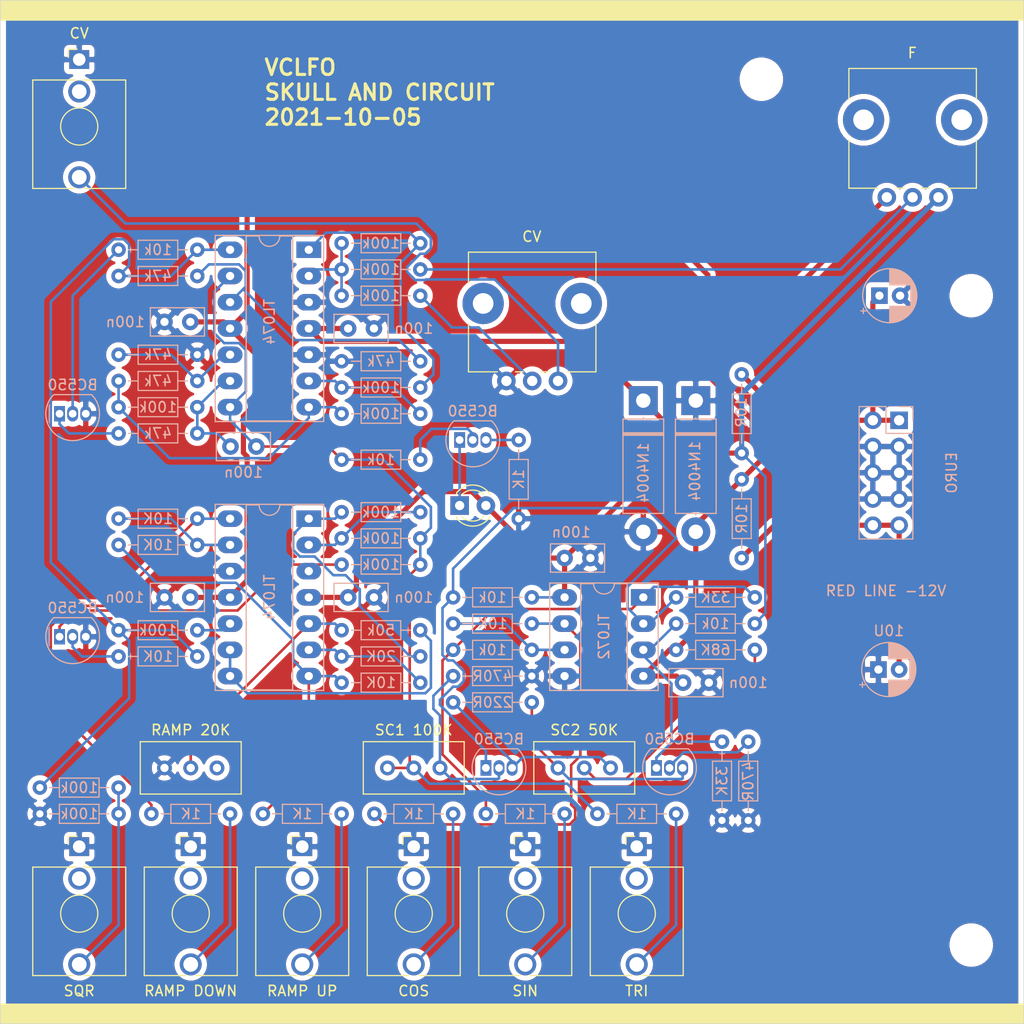
<source format=kicad_pcb>
(kicad_pcb (version 20171130) (host pcbnew 5.1.12-1.fc34)
  (layers (0 F.Cu signal) (31 B.Cu signal) (34 B.Paste user) (35 F.Paste user) (36 B.SilkS user) (37 F.SilkS user) (38 B.Mask user) (39 F.Mask user) (44 Edge.Cuts user))
  (net 0 "")
  (net 1 GND)
  (net 2 +12V)
  (net 3 -12V)
  (net 4 "Net-(C7-Pad2)")
  (net 5 "Net-(C7-Pad1)")
  (net 6 "Net-(C8-Pad1)")
  (net 7 "Net-(C9-Pad2)")
  (net 8 "Net-(D1-Pad1)")
  (net 9 "Net-(J1-PadT)")
  (net 10 "Net-(J1-PadTN)")
  (net 11 "Net-(J3-PadT)")
  (net 12 "Net-(J3-PadTN)")
  (net 13 "Net-(J4-PadT)")
  (net 14 "Net-(J4-PadTN)")
  (net 15 "Net-(J5-PadT)")
  (net 16 "Net-(J5-PadTN)")
  (net 17 "Net-(J6-PadT)")
  (net 18 "Net-(J6-PadTN)")
  (net 19 "Net-(J7-PadT)")
  (net 20 "Net-(J7-PadTN)")
  (net 21 "Net-(J8-PadT)")
  (net 22 "Net-(J8-PadTN)")
  (net 23 "Net-(Q1-Pad1)")
  (net 24 "Net-(Q1-Pad2)")
  (net 25 "Net-(Q2-Pad3)")
  (net 26 "Net-(Q2-Pad2)")
  (net 27 "Net-(Q3-Pad1)")
  (net 28 "Net-(Q3-Pad3)")
  (net 29 "Net-(Q3-Pad2)")
  (net 30 "Net-(Q4-Pad1)")
  (net 31 "Net-(Q4-Pad2)")
  (net 32 "Net-(Q5-Pad1)")
  (net 33 "Net-(Q5-Pad3)")
  (net 34 "Net-(Q5-Pad2)")
  (net 35 "Net-(R1-Pad2)")
  (net 36 "Net-(R1-Pad1)")
  (net 37 "Net-(R2-Pad2)")
  (net 38 "Net-(R3-Pad2)")
  (net 39 "Net-(R3-Pad1)")
  (net 40 "Net-(R4-Pad1)")
  (net 41 "Net-(R6-Pad1)")
  (net 42 "Net-(R13-Pad2)")
  (net 43 "Net-(R11-Pad1)")
  (net 44 "Net-(R17-Pad1)")
  (net 45 "Net-(R21-Pad1)")
  (net 46 "Net-(R24-Pad2)")
  (net 47 "Net-(R26-Pad1)")
  (net 48 "Net-(R29-Pad2)")
  (net 49 "Net-(R30-Pad1)")
  (net 50 "Net-(R31-Pad2)")
  (net 51 "Net-(R31-Pad1)")
  (net 52 "Net-(R32-Pad1)")
  (net 53 "Net-(R35-Pad2)")
  (net 54 "Net-(R36-Pad1)")
  (net 55 "Net-(R38-Pad2)")
  (net 56 "Net-(R39-Pad1)")
  (module MountingHole:MountingHole_3.2mm_M3 (layer F.Cu) (at 151.13 135.89)
    (fp_text reference REF** hide)
    (fp_text value MountingHole_3.2mm_M3 hide)
    (pad 1 np_thru_hole circle (at 0 0) (size 3.2 3.2) (drill 3.2) (layers *.Cu *.Mask))
  )
  (module MountingHole:MountingHole_3.2mm_M3 (layer F.Cu) (at 151.13 73.025)
    (fp_text reference REF** hide)
    (fp_text value MountingHole_3.2mm_M3 hide)
    (pad 1 np_thru_hole circle (at 0 0) (size 3.2 3.2) (drill 3.2) (layers *.Cu *.Mask))
  )
  (module MountingHole:MountingHole_3.2mm_M3 (layer F.Cu) (at 130.81 52.07)
    (fp_text reference REF** hide)
    (fp_text value MountingHole_3.2mm_M3 hide)
    (pad 1 np_thru_hole circle (at 0 0) (size 3.2 3.2) (drill 3.2) (layers *.Cu *.Mask))
  )
  (module Potentiometer_THT:Potentiometer_Alps_RK09L_Single_Vertical (layer F.Cu) (at 111.125 81.28 90)
    (fp_text reference RV2 hide)
    (fp_text value CV (at 13.97 -2.54 180) (layer F.SilkS))
    (pad "" np_thru_hole circle (at 7.5 2.25 90) (size 4 4) (drill 2) (layers *.Cu *.Mask))
    (pad "" np_thru_hole circle (at 7.5 -7.25 90) (size 4 4) (drill 2) (layers *.Cu *.Mask))
    (pad 1 thru_hole circle (at 0 0 90) (size 1.8 1.8) (drill 1) (layers *.Cu *.Mask) (net 9 "Net-(J1-PadT)"))
    (pad 2 thru_hole circle (at 0 -2.5 90) (size 1.8 1.8) (drill 1) (layers *.Cu *.Mask) (net 37 "Net-(R2-Pad2)"))
    (pad 3 thru_hole circle (at 0 -5 90) (size 1.8 1.8) (drill 1) (layers *.Cu *.Mask) (net 1 GND))
  )
  (module Package_DIP:DIP-8_W7.62mm_Socket_LongPads (layer B.Cu) (at 119.38 102.235 180)
    (fp_text reference U3 hide)
    (fp_text value TL072 (at 3.81 -3.81 90) (layer B.SilkS) (effects (justify mirror)))
    (pad 8 thru_hole oval (at 7.62 0 180) (size 2.4 1.6) (drill 0.8) (layers *.Cu *.Mask) (net 2 +12V))
    (pad 4 thru_hole oval (at 0 -7.62 180) (size 2.4 1.6) (drill 0.8) (layers *.Cu *.Mask) (net 3 -12V))
    (pad 7 thru_hole oval (at 7.62 -2.54 180) (size 2.4 1.6) (drill 0.8) (layers *.Cu *.Mask) (net 56 "Net-(R39-Pad1)"))
    (pad 3 thru_hole oval (at 0 -5.08 180) (size 2.4 1.6) (drill 0.8) (layers *.Cu *.Mask) (net 32 "Net-(Q5-Pad1)"))
    (pad 6 thru_hole oval (at 7.62 -5.08 180) (size 2.4 1.6) (drill 0.8) (layers *.Cu *.Mask) (net 52 "Net-(R32-Pad1)"))
    (pad 2 thru_hole oval (at 0 -2.54 180) (size 2.4 1.6) (drill 0.8) (layers *.Cu *.Mask) (net 27 "Net-(Q3-Pad1)"))
    (pad 5 thru_hole oval (at 7.62 -7.62 180) (size 2.4 1.6) (drill 0.8) (layers *.Cu *.Mask) (net 1 GND))
    (pad 1 thru_hole rect (at 0 0 180) (size 2.4 1.6) (drill 0.8) (layers *.Cu *.Mask) (net 48 "Net-(R29-Pad2)"))
  )
  (module Package_DIP:DIP-14_W7.62mm_Socket_LongPads (layer B.Cu) (at 86.995 94.615 180)
    (fp_text reference U2 hide)
    (fp_text value TL074 (at 3.81 -7.62 90) (layer B.SilkS) (effects (justify mirror)))
    (pad 14 thru_hole oval (at 7.62 0 180) (size 2.4 1.6) (drill 0.8) (layers *.Cu *.Mask) (net 55 "Net-(R38-Pad2)"))
    (pad 7 thru_hole oval (at 0 -15.24 180) (size 2.4 1.6) (drill 0.8) (layers *.Cu *.Mask) (net 53 "Net-(R35-Pad2)"))
    (pad 13 thru_hole oval (at 7.62 -2.54 180) (size 2.4 1.6) (drill 0.8) (layers *.Cu *.Mask) (net 54 "Net-(R36-Pad1)"))
    (pad 6 thru_hole oval (at 0 -12.7 180) (size 2.4 1.6) (drill 0.8) (layers *.Cu *.Mask) (net 49 "Net-(R30-Pad1)"))
    (pad 12 thru_hole oval (at 7.62 -5.08 180) (size 2.4 1.6) (drill 0.8) (layers *.Cu *.Mask) (net 1 GND))
    (pad 5 thru_hole oval (at 0 -10.16 180) (size 2.4 1.6) (drill 0.8) (layers *.Cu *.Mask) (net 50 "Net-(R31-Pad2)"))
    (pad 11 thru_hole oval (at 7.62 -7.62 180) (size 2.4 1.6) (drill 0.8) (layers *.Cu *.Mask) (net 3 -12V))
    (pad 4 thru_hole oval (at 0 -7.62 180) (size 2.4 1.6) (drill 0.8) (layers *.Cu *.Mask) (net 2 +12V))
    (pad 10 thru_hole oval (at 7.62 -10.16 180) (size 2.4 1.6) (drill 0.8) (layers *.Cu *.Mask) (net 44 "Net-(R17-Pad1)"))
    (pad 3 thru_hole oval (at 0 -5.08 180) (size 2.4 1.6) (drill 0.8) (layers *.Cu *.Mask) (net 30 "Net-(Q4-Pad1)"))
    (pad 9 thru_hole oval (at 7.62 -12.7 180) (size 2.4 1.6) (drill 0.8) (layers *.Cu *.Mask) (net 51 "Net-(R31-Pad1)"))
    (pad 2 thru_hole oval (at 0 -2.54 180) (size 2.4 1.6) (drill 0.8) (layers *.Cu *.Mask) (net 45 "Net-(R21-Pad1)"))
    (pad 8 thru_hole oval (at 7.62 -15.24 180) (size 2.4 1.6) (drill 0.8) (layers *.Cu *.Mask) (net 51 "Net-(R31-Pad1)"))
    (pad 1 thru_hole rect (at 0 0 180) (size 2.4 1.6) (drill 0.8) (layers *.Cu *.Mask) (net 47 "Net-(R26-Pad1)"))
  )
  (module Package_DIP:DIP-14_W7.62mm_Socket_LongPads (layer B.Cu) (at 86.995 68.58 180)
    (fp_text reference U1 hide)
    (fp_text value TL074 (at 3.81 -6.985 90) (layer B.SilkS) (effects (justify mirror)))
    (pad 14 thru_hole oval (at 7.62 0 180) (size 2.4 1.6) (drill 0.8) (layers *.Cu *.Mask) (net 43 "Net-(R11-Pad1)"))
    (pad 7 thru_hole oval (at 0 -15.24 180) (size 2.4 1.6) (drill 0.8) (layers *.Cu *.Mask) (net 40 "Net-(R4-Pad1)"))
    (pad 13 thru_hole oval (at 7.62 -2.54 180) (size 2.4 1.6) (drill 0.8) (layers *.Cu *.Mask) (net 5 "Net-(C7-Pad1)"))
    (pad 6 thru_hole oval (at 0 -12.7 180) (size 2.4 1.6) (drill 0.8) (layers *.Cu *.Mask) (net 39 "Net-(R3-Pad1)"))
    (pad 12 thru_hole oval (at 7.62 -5.08 180) (size 2.4 1.6) (drill 0.8) (layers *.Cu *.Mask) (net 42 "Net-(R13-Pad2)"))
    (pad 5 thru_hole oval (at 0 -10.16 180) (size 2.4 1.6) (drill 0.8) (layers *.Cu *.Mask) (net 1 GND))
    (pad 11 thru_hole oval (at 7.62 -7.62 180) (size 2.4 1.6) (drill 0.8) (layers *.Cu *.Mask) (net 3 -12V))
    (pad 4 thru_hole oval (at 0 -7.62 180) (size 2.4 1.6) (drill 0.8) (layers *.Cu *.Mask) (net 2 +12V))
    (pad 10 thru_hole oval (at 7.62 -10.16 180) (size 2.4 1.6) (drill 0.8) (layers *.Cu *.Mask) (net 41 "Net-(R6-Pad1)"))
    (pad 3 thru_hole oval (at 0 -5.08 180) (size 2.4 1.6) (drill 0.8) (layers *.Cu *.Mask) (net 1 GND))
    (pad 9 thru_hole oval (at 7.62 -12.7 180) (size 2.4 1.6) (drill 0.8) (layers *.Cu *.Mask) (net 4 "Net-(C7-Pad2)"))
    (pad 2 thru_hole oval (at 0 -2.54 180) (size 2.4 1.6) (drill 0.8) (layers *.Cu *.Mask) (net 36 "Net-(R1-Pad1)"))
    (pad 8 thru_hole oval (at 7.62 -15.24 180) (size 2.4 1.6) (drill 0.8) (layers *.Cu *.Mask) (net 5 "Net-(C7-Pad1)"))
    (pad 1 thru_hole rect (at 0 0 180) (size 2.4 1.6) (drill 0.8) (layers *.Cu *.Mask) (net 38 "Net-(R3-Pad2)"))
  )
  (module Potentiometer_THT:Potentiometer_Bourns_3296W_Vertical (layer F.Cu) (at 111.125 118.745 180)
    (fp_text reference RV4 hide)
    (fp_text value "SC2 50K" (at -2.54 3.67) (layer F.SilkS))
    (pad 3 thru_hole circle (at -5.08 0 180) (size 1.44 1.44) (drill 0.8) (layers *.Cu *.Mask) (net 28 "Net-(Q3-Pad3)"))
    (pad 2 thru_hole circle (at -2.54 0 180) (size 1.44 1.44) (drill 0.8) (layers *.Cu *.Mask) (net 46 "Net-(R24-Pad2)"))
    (pad 1 thru_hole circle (at 0 0 180) (size 1.44 1.44) (drill 0.8) (layers *.Cu *.Mask) (net 33 "Net-(Q5-Pad3)"))
  )
  (module Potentiometer_THT:Potentiometer_Bourns_3296W_Vertical (layer F.Cu) (at 94.615 118.745 180)
    (fp_text reference RV3 hide)
    (fp_text value "SC1 100K" (at -2.54 3.67) (layer F.SilkS))
    (pad 3 thru_hole circle (at -5.08 0 180) (size 1.44 1.44) (drill 0.8) (layers *.Cu *.Mask) (net 29 "Net-(Q3-Pad2)"))
    (pad 2 thru_hole circle (at -2.54 0 180) (size 1.44 1.44) (drill 0.8) (layers *.Cu *.Mask) (net 5 "Net-(C7-Pad1)"))
    (pad 1 thru_hole circle (at 0 0 180) (size 1.44 1.44) (drill 0.8) (layers *.Cu *.Mask) (net 5 "Net-(C7-Pad1)"))
  )
  (module Potentiometer_THT:Potentiometer_Alps_RK09L_Single_Vertical (layer F.Cu) (at 147.955 63.5 90)
    (fp_text reference RV1 hide)
    (fp_text value F (at 13.97 -2.54 180) (layer F.SilkS))
    (pad "" np_thru_hole circle (at 7.5 2.25 90) (size 4 4) (drill 2) (layers *.Cu *.Mask))
    (pad "" np_thru_hole circle (at 7.5 -7.25 90) (size 4 4) (drill 2) (layers *.Cu *.Mask))
    (pad 1 thru_hole circle (at 0 0 90) (size 1.8 1.8) (drill 1) (layers *.Cu *.Mask) (net 2 +12V))
    (pad 2 thru_hole circle (at 0 -2.5 90) (size 1.8 1.8) (drill 1) (layers *.Cu *.Mask) (net 35 "Net-(R1-Pad2)"))
    (pad 3 thru_hole circle (at 0 -5 90) (size 1.8 1.8) (drill 1) (layers *.Cu *.Mask) (net 3 -12V))
  )
  (module Resistor_THT:R_Axial_DIN0204_L3.6mm_D1.6mm_P7.62mm_Horizontal (layer B.Cu) (at 108.585 104.775 180)
    (fp_text reference R44 hide)
    (fp_text value 10K (at 3.81 0) (layer B.SilkS) (effects (justify mirror)))
    (pad 2 thru_hole oval (at 7.62 0 180) (size 1.4 1.4) (drill 0.7) (layers *.Cu *.Mask) (net 52 "Net-(R32-Pad1)"))
    (pad 1 thru_hole circle (at 0 0 180) (size 1.4 1.4) (drill 0.7) (layers *.Cu *.Mask) (net 56 "Net-(R39-Pad1)"))
  )
  (module Resistor_THT:R_Axial_DIN0204_L3.6mm_D1.6mm_P7.62mm_Horizontal (layer B.Cu) (at 128.905 98.425 90)
    (fp_text reference R43 hide)
    (fp_text value 10R (at 3.81 0 90) (layer B.SilkS) (effects (justify mirror)))
    (pad 2 thru_hole oval (at 7.62 0 90) (size 1.4 1.4) (drill 0.7) (layers *.Cu *.Mask) (net 3 -12V))
    (pad 1 thru_hole circle (at 0 0 90) (size 1.4 1.4) (drill 0.7) (layers *.Cu *.Mask) (net 7 "Net-(C9-Pad2)"))
  )
  (module Resistor_THT:R_Axial_DIN0204_L3.6mm_D1.6mm_P7.62mm_Horizontal (layer B.Cu) (at 128.905 80.645 270)
    (fp_text reference R42 hide)
    (fp_text value 10R (at 3.68 0.04 90) (layer B.SilkS) (effects (justify mirror)))
    (pad 2 thru_hole oval (at 7.62 0 270) (size 1.4 1.4) (drill 0.7) (layers *.Cu *.Mask) (net 2 +12V))
    (pad 1 thru_hole circle (at 0 0 270) (size 1.4 1.4) (drill 0.7) (layers *.Cu *.Mask) (net 6 "Net-(C8-Pad1)"))
  )
  (module Resistor_THT:R_Axial_DIN0204_L3.6mm_D1.6mm_P7.62mm_Horizontal (layer B.Cu) (at 97.79 67.945 180)
    (fp_text reference R41 hide)
    (fp_text value 100k (at 3.81 0) (layer B.SilkS) (effects (justify mirror)))
    (pad 2 thru_hole oval (at 7.62 0 180) (size 1.4 1.4) (drill 0.7) (layers *.Cu *.Mask) (net 36 "Net-(R1-Pad1)"))
    (pad 1 thru_hole circle (at 0 0 180) (size 1.4 1.4) (drill 0.7) (layers *.Cu *.Mask) (net 38 "Net-(R3-Pad2)"))
  )
  (module Resistor_THT:R_Axial_DIN0204_L3.6mm_D1.6mm_P7.62mm_Horizontal (layer B.Cu) (at 71.755 123.19)
    (fp_text reference R40 hide)
    (fp_text value 1K (at 3.81 0) (layer B.SilkS) (effects (justify mirror)))
    (pad 2 thru_hole oval (at 7.62 0) (size 1.4 1.4) (drill 0.7) (layers *.Cu *.Mask) (net 21 "Net-(J8-PadT)"))
    (pad 1 thru_hole circle (at 0 0) (size 1.4 1.4) (drill 0.7) (layers *.Cu *.Mask) (net 55 "Net-(R38-Pad2)"))
  )
  (module Resistor_THT:R_Axial_DIN0204_L3.6mm_D1.6mm_P7.62mm_Horizontal (layer B.Cu) (at 93.345 123.19)
    (fp_text reference R39 hide)
    (fp_text value 1K (at 3.81 0) (layer B.SilkS) (effects (justify mirror)))
    (pad 2 thru_hole oval (at 7.62 0) (size 1.4 1.4) (drill 0.7) (layers *.Cu *.Mask) (net 19 "Net-(J7-PadT)"))
    (pad 1 thru_hole circle (at 0 0) (size 1.4 1.4) (drill 0.7) (layers *.Cu *.Mask) (net 56 "Net-(R39-Pad1)"))
  )
  (module Resistor_THT:R_Axial_DIN0204_L3.6mm_D1.6mm_P7.62mm_Horizontal (layer B.Cu) (at 68.58 94.615)
    (fp_text reference R38 hide)
    (fp_text value 10K (at 3.81 0) (layer B.SilkS) (effects (justify mirror)))
    (pad 2 thru_hole oval (at 7.62 0) (size 1.4 1.4) (drill 0.7) (layers *.Cu *.Mask) (net 55 "Net-(R38-Pad2)"))
    (pad 1 thru_hole circle (at 0 0) (size 1.4 1.4) (drill 0.7) (layers *.Cu *.Mask) (net 54 "Net-(R36-Pad1)"))
  )
  (module Resistor_THT:R_Axial_DIN0204_L3.6mm_D1.6mm_P7.62mm_Horizontal (layer B.Cu) (at 82.55 123.19)
    (fp_text reference R37 hide)
    (fp_text value 1K (at 3.81 0) (layer B.SilkS) (effects (justify mirror)))
    (pad 2 thru_hole oval (at 7.62 0) (size 1.4 1.4) (drill 0.7) (layers *.Cu *.Mask) (net 15 "Net-(J5-PadT)"))
    (pad 1 thru_hole circle (at 0 0) (size 1.4 1.4) (drill 0.7) (layers *.Cu *.Mask) (net 53 "Net-(R35-Pad2)"))
  )
  (module Resistor_THT:R_Axial_DIN0204_L3.6mm_D1.6mm_P7.62mm_Horizontal (layer B.Cu) (at 76.2 97.155 180)
    (fp_text reference R36 hide)
    (fp_text value 10K (at 3.81 0) (layer B.SilkS) (effects (justify mirror)))
    (pad 2 thru_hole oval (at 7.62 0 180) (size 1.4 1.4) (drill 0.7) (layers *.Cu *.Mask) (net 53 "Net-(R35-Pad2)"))
    (pad 1 thru_hole circle (at 0 0 180) (size 1.4 1.4) (drill 0.7) (layers *.Cu *.Mask) (net 54 "Net-(R36-Pad1)"))
  )
  (module Resistor_THT:R_Axial_DIN0204_L3.6mm_D1.6mm_P7.62mm_Horizontal (layer B.Cu) (at 97.79 110.49 180)
    (fp_text reference R35 hide)
    (fp_text value 10K (at 3.81 0) (layer B.SilkS) (effects (justify mirror)))
    (pad 2 thru_hole oval (at 7.62 0 180) (size 1.4 1.4) (drill 0.7) (layers *.Cu *.Mask) (net 53 "Net-(R35-Pad2)"))
    (pad 1 thru_hole circle (at 0 0 180) (size 1.4 1.4) (drill 0.7) (layers *.Cu *.Mask) (net 49 "Net-(R30-Pad1)"))
  )
  (module Resistor_THT:R_Axial_DIN0204_L3.6mm_D1.6mm_P7.62mm_Horizontal (layer B.Cu) (at 104.14 123.19)
    (fp_text reference R34 hide)
    (fp_text value 1K (at 3.81 0) (layer B.SilkS) (effects (justify mirror)))
    (pad 2 thru_hole oval (at 7.62 0) (size 1.4 1.4) (drill 0.7) (layers *.Cu *.Mask) (net 17 "Net-(J6-PadT)"))
    (pad 1 thru_hole circle (at 0 0) (size 1.4 1.4) (drill 0.7) (layers *.Cu *.Mask) (net 48 "Net-(R29-Pad2)"))
  )
  (module Potentiometer_THT:Potentiometer_Bourns_3296W_Vertical (layer F.Cu) (at 73.025 118.745 180)
    (fp_text reference R33 hide)
    (fp_text value "RAMP 20K" (at -2.54 3.67) (layer F.SilkS))
    (pad 3 thru_hole circle (at -5.08 0 180) (size 1.44 1.44) (drill 0.8) (layers *.Cu *.Mask))
    (pad 2 thru_hole circle (at -2.54 0 180) (size 1.44 1.44) (drill 0.8) (layers *.Cu *.Mask) (net 50 "Net-(R31-Pad2)"))
    (pad 1 thru_hole circle (at 0 0 180) (size 1.44 1.44) (drill 0.8) (layers *.Cu *.Mask) (net 1 GND))
  )
  (module Resistor_THT:R_Axial_DIN0204_L3.6mm_D1.6mm_P7.62mm_Horizontal (layer B.Cu) (at 108.585 107.315 180)
    (fp_text reference R32 hide)
    (fp_text value 10k (at 3.81 0) (layer B.SilkS) (effects (justify mirror)))
    (pad 2 thru_hole oval (at 7.62 0 180) (size 1.4 1.4) (drill 0.7) (layers *.Cu *.Mask) (net 48 "Net-(R29-Pad2)"))
    (pad 1 thru_hole circle (at 0 0 180) (size 1.4 1.4) (drill 0.7) (layers *.Cu *.Mask) (net 52 "Net-(R32-Pad1)"))
  )
  (module Resistor_THT:R_Axial_DIN0204_L3.6mm_D1.6mm_P7.62mm_Horizontal (layer B.Cu) (at 97.79 105.41 180)
    (fp_text reference R31 hide)
    (fp_text value 50k (at 3.81 0) (layer B.SilkS) (effects (justify mirror)))
    (pad 2 thru_hole oval (at 7.62 0 180) (size 1.4 1.4) (drill 0.7) (layers *.Cu *.Mask) (net 50 "Net-(R31-Pad2)"))
    (pad 1 thru_hole circle (at 0 0 180) (size 1.4 1.4) (drill 0.7) (layers *.Cu *.Mask) (net 51 "Net-(R31-Pad1)"))
  )
  (module Resistor_THT:R_Axial_DIN0204_L3.6mm_D1.6mm_P7.62mm_Horizontal (layer B.Cu) (at 90.17 107.95)
    (fp_text reference R30 hide)
    (fp_text value 20K (at 3.81 0) (layer B.SilkS) (effects (justify mirror)))
    (pad 2 thru_hole oval (at 7.62 0) (size 1.4 1.4) (drill 0.7) (layers *.Cu *.Mask) (net 47 "Net-(R26-Pad1)"))
    (pad 1 thru_hole circle (at 0 0) (size 1.4 1.4) (drill 0.7) (layers *.Cu *.Mask) (net 49 "Net-(R30-Pad1)"))
  )
  (module Resistor_THT:R_Axial_DIN0204_L3.6mm_D1.6mm_P7.62mm_Horizontal (layer B.Cu) (at 122.555 102.235)
    (fp_text reference R29 hide)
    (fp_text value 33K (at 3.81 0) (layer B.SilkS) (effects (justify mirror)))
    (pad 2 thru_hole oval (at 7.62 0) (size 1.4 1.4) (drill 0.7) (layers *.Cu *.Mask) (net 48 "Net-(R29-Pad2)"))
    (pad 1 thru_hole circle (at 0 0) (size 1.4 1.4) (drill 0.7) (layers *.Cu *.Mask) (net 27 "Net-(Q3-Pad1)"))
  )
  (module Resistor_THT:R_Axial_DIN0204_L3.6mm_D1.6mm_P7.62mm_Horizontal (layer B.Cu) (at 127 123.825 90)
    (fp_text reference R28 hide)
    (fp_text value 33K (at 3.81 0 90) (layer B.SilkS) (effects (justify mirror)))
    (pad 2 thru_hole oval (at 7.62 0 90) (size 1.4 1.4) (drill 0.7) (layers *.Cu *.Mask) (net 32 "Net-(Q5-Pad1)"))
    (pad 1 thru_hole circle (at 0 0 90) (size 1.4 1.4) (drill 0.7) (layers *.Cu *.Mask) (net 1 GND))
  )
  (module Resistor_THT:R_Axial_DIN0204_L3.6mm_D1.6mm_P7.62mm_Horizontal (layer B.Cu) (at 129.54 123.825 90)
    (fp_text reference R27 hide)
    (fp_text value 470R (at 3.81 0 90) (layer B.SilkS) (effects (justify mirror)))
    (pad 2 thru_hole oval (at 7.62 0 90) (size 1.4 1.4) (drill 0.7) (layers *.Cu *.Mask) (net 34 "Net-(Q5-Pad2)"))
    (pad 1 thru_hole circle (at 0 0 90) (size 1.4 1.4) (drill 0.7) (layers *.Cu *.Mask) (net 1 GND))
  )
  (module Resistor_THT:R_Axial_DIN0204_L3.6mm_D1.6mm_P7.62mm_Horizontal (layer B.Cu) (at 90.17 93.98)
    (fp_text reference R26 hide)
    (fp_text value 100k (at 3.81 0) (layer B.SilkS) (effects (justify mirror)))
    (pad 2 thru_hole oval (at 7.62 0) (size 1.4 1.4) (drill 0.7) (layers *.Cu *.Mask) (net 45 "Net-(R21-Pad1)"))
    (pad 1 thru_hole circle (at 0 0) (size 1.4 1.4) (drill 0.7) (layers *.Cu *.Mask) (net 47 "Net-(R26-Pad1)"))
  )
  (module Resistor_THT:R_Axial_DIN0204_L3.6mm_D1.6mm_P7.62mm_Horizontal (layer B.Cu) (at 122.555 104.775)
    (fp_text reference R25 hide)
    (fp_text value 10k (at 3.81 0) (layer B.SilkS) (effects (justify mirror)))
    (pad 2 thru_hole oval (at 7.62 0) (size 1.4 1.4) (drill 0.7) (layers *.Cu *.Mask) (net 2 +12V))
    (pad 1 thru_hole circle (at 0 0) (size 1.4 1.4) (drill 0.7) (layers *.Cu *.Mask) (net 32 "Net-(Q5-Pad1)"))
  )
  (module Resistor_THT:R_Axial_DIN0204_L3.6mm_D1.6mm_P7.62mm_Horizontal (layer B.Cu) (at 122.555 107.315)
    (fp_text reference R24 hide)
    (fp_text value 68K (at 3.81 0) (layer B.SilkS) (effects (justify mirror)))
    (pad 2 thru_hole oval (at 7.62 0) (size 1.4 1.4) (drill 0.7) (layers *.Cu *.Mask) (net 46 "Net-(R24-Pad2)"))
    (pad 1 thru_hole circle (at 0 0) (size 1.4 1.4) (drill 0.7) (layers *.Cu *.Mask) (net 3 -12V))
  )
  (module Resistor_THT:R_Axial_DIN0204_L3.6mm_D1.6mm_P7.62mm_Horizontal (layer B.Cu) (at 108.585 112.395 180)
    (fp_text reference R23 hide)
    (fp_text value 220R (at 3.81 0) (layer B.SilkS) (effects (justify mirror)))
    (pad 2 thru_hole oval (at 7.62 0 180) (size 1.4 1.4) (drill 0.7) (layers *.Cu *.Mask) (net 28 "Net-(Q3-Pad3)"))
    (pad 1 thru_hole circle (at 0 0 180) (size 1.4 1.4) (drill 0.7) (layers *.Cu *.Mask) (net 33 "Net-(Q5-Pad3)"))
  )
  (module Resistor_THT:R_Axial_DIN0204_L3.6mm_D1.6mm_P7.62mm_Horizontal (layer B.Cu) (at 90.17 99.06)
    (fp_text reference R22 hide)
    (fp_text value 100k (at 3.81 0) (layer B.SilkS) (effects (justify mirror)))
    (pad 2 thru_hole oval (at 7.62 0) (size 1.4 1.4) (drill 0.7) (layers *.Cu *.Mask) (net 5 "Net-(C7-Pad1)"))
    (pad 1 thru_hole circle (at 0 0) (size 1.4 1.4) (drill 0.7) (layers *.Cu *.Mask) (net 30 "Net-(Q4-Pad1)"))
  )
  (module Resistor_THT:R_Axial_DIN0204_L3.6mm_D1.6mm_P7.62mm_Horizontal (layer B.Cu) (at 90.17 96.52)
    (fp_text reference R21 hide)
    (fp_text value 100k (at 3.81 0) (layer B.SilkS) (effects (justify mirror)))
    (pad 2 thru_hole oval (at 7.62 0) (size 1.4 1.4) (drill 0.7) (layers *.Cu *.Mask) (net 5 "Net-(C7-Pad1)"))
    (pad 1 thru_hole circle (at 0 0) (size 1.4 1.4) (drill 0.7) (layers *.Cu *.Mask) (net 45 "Net-(R21-Pad1)"))
  )
  (module Resistor_THT:R_Axial_DIN0204_L3.6mm_D1.6mm_P7.62mm_Horizontal (layer B.Cu) (at 60.96 123.19)
    (fp_text reference R20 hide)
    (fp_text value 100k (at 3.81 0) (layer B.SilkS) (effects (justify mirror)))
    (pad 2 thru_hole oval (at 7.62 0) (size 1.4 1.4) (drill 0.7) (layers *.Cu *.Mask) (net 13 "Net-(J4-PadT)"))
    (pad 1 thru_hole circle (at 0 0) (size 1.4 1.4) (drill 0.7) (layers *.Cu *.Mask) (net 1 GND))
  )
  (module Resistor_THT:R_Axial_DIN0204_L3.6mm_D1.6mm_P7.62mm_Horizontal (layer B.Cu) (at 100.965 102.235)
    (fp_text reference R19 hide)
    (fp_text value 10k (at 3.81 0) (layer B.SilkS) (effects (justify mirror)))
    (pad 2 thru_hole oval (at 7.62 0) (size 1.4 1.4) (drill 0.7) (layers *.Cu *.Mask) (net 2 +12V))
    (pad 1 thru_hole circle (at 0 0) (size 1.4 1.4) (drill 0.7) (layers *.Cu *.Mask) (net 27 "Net-(Q3-Pad1)"))
  )
  (module Resistor_THT:R_Axial_DIN0204_L3.6mm_D1.6mm_P7.62mm_Horizontal (layer B.Cu) (at 68.58 120.65 180)
    (fp_text reference R18 hide)
    (fp_text value 100k (at 3.81 0) (layer B.SilkS) (effects (justify mirror)))
    (pad 2 thru_hole oval (at 7.62 0 180) (size 1.4 1.4) (drill 0.7) (layers *.Cu *.Mask) (net 43 "Net-(R11-Pad1)"))
    (pad 1 thru_hole circle (at 0 0 180) (size 1.4 1.4) (drill 0.7) (layers *.Cu *.Mask) (net 13 "Net-(J4-PadT)"))
  )
  (module Resistor_THT:R_Axial_DIN0204_L3.6mm_D1.6mm_P7.62mm_Horizontal (layer B.Cu) (at 76.2 105.41 180)
    (fp_text reference R17 hide)
    (fp_text value 100k (at 3.81 0) (layer B.SilkS) (effects (justify mirror)))
    (pad 2 thru_hole oval (at 7.62 0 180) (size 1.4 1.4) (drill 0.7) (layers *.Cu *.Mask) (net 43 "Net-(R11-Pad1)"))
    (pad 1 thru_hole circle (at 0 0 180) (size 1.4 1.4) (drill 0.7) (layers *.Cu *.Mask) (net 44 "Net-(R17-Pad1)"))
  )
  (module Resistor_THT:R_Axial_DIN0204_L3.6mm_D1.6mm_P7.62mm_Horizontal (layer B.Cu) (at 68.58 107.95)
    (fp_text reference R16 hide)
    (fp_text value 10K (at 3.81 0) (layer B.SilkS) (effects (justify mirror)))
    (pad 2 thru_hole oval (at 7.62 0) (size 1.4 1.4) (drill 0.7) (layers *.Cu *.Mask) (net 43 "Net-(R11-Pad1)"))
    (pad 1 thru_hole circle (at 0 0) (size 1.4 1.4) (drill 0.7) (layers *.Cu *.Mask) (net 31 "Net-(Q4-Pad2)"))
  )
  (module Resistor_THT:R_Axial_DIN0204_L3.6mm_D1.6mm_P7.62mm_Horizontal (layer B.Cu) (at 108.585 109.855 180)
    (fp_text reference R15 hide)
    (fp_text value 470R (at 3.81 0) (layer B.SilkS) (effects (justify mirror)))
    (pad 2 thru_hole oval (at 7.62 0 180) (size 1.4 1.4) (drill 0.7) (layers *.Cu *.Mask) (net 29 "Net-(Q3-Pad2)"))
    (pad 1 thru_hole circle (at 0 0 180) (size 1.4 1.4) (drill 0.7) (layers *.Cu *.Mask) (net 1 GND))
  )
  (module Resistor_THT:R_Axial_DIN0204_L3.6mm_D1.6mm_P7.62mm_Horizontal (layer B.Cu) (at 114.935 123.19)
    (fp_text reference R14 hide)
    (fp_text value 1K (at 3.81 0) (layer B.SilkS) (effects (justify mirror)))
    (pad 2 thru_hole oval (at 7.62 0) (size 1.4 1.4) (drill 0.7) (layers *.Cu *.Mask) (net 11 "Net-(J3-PadT)"))
    (pad 1 thru_hole circle (at 0 0) (size 1.4 1.4) (drill 0.7) (layers *.Cu *.Mask) (net 5 "Net-(C7-Pad1)"))
  )
  (module Resistor_THT:R_Axial_DIN0204_L3.6mm_D1.6mm_P7.62mm_Horizontal (layer B.Cu) (at 68.58 71.12)
    (fp_text reference R13 hide)
    (fp_text value 47k (at 3.81 0) (layer B.SilkS) (effects (justify mirror)))
    (pad 2 thru_hole oval (at 7.62 0) (size 1.4 1.4) (drill 0.7) (layers *.Cu *.Mask) (net 42 "Net-(R13-Pad2)"))
    (pad 1 thru_hole circle (at 0 0) (size 1.4 1.4) (drill 0.7) (layers *.Cu *.Mask) (net 43 "Net-(R11-Pad1)"))
  )
  (module Resistor_THT:R_Axial_DIN0204_L3.6mm_D1.6mm_P7.62mm_Horizontal (layer B.Cu) (at 107.315 86.995 270)
    (fp_text reference R12 hide)
    (fp_text value 1K (at 3.81 0 90) (layer B.SilkS) (effects (justify mirror)))
    (pad 2 thru_hole oval (at 7.62 0 270) (size 1.4 1.4) (drill 0.7) (layers *.Cu *.Mask) (net 1 GND))
    (pad 1 thru_hole circle (at 0 0 270) (size 1.4 1.4) (drill 0.7) (layers *.Cu *.Mask) (net 25 "Net-(Q2-Pad3)"))
  )
  (module Resistor_THT:R_Axial_DIN0204_L3.6mm_D1.6mm_P7.62mm_Horizontal (layer B.Cu) (at 76.2 68.58 180)
    (fp_text reference R11 hide)
    (fp_text value 10k (at 3.81 0) (layer B.SilkS) (effects (justify mirror)))
    (pad 2 thru_hole oval (at 7.62 0 180) (size 1.4 1.4) (drill 0.7) (layers *.Cu *.Mask) (net 24 "Net-(Q1-Pad2)"))
    (pad 1 thru_hole circle (at 0 0 180) (size 1.4 1.4) (drill 0.7) (layers *.Cu *.Mask) (net 43 "Net-(R11-Pad1)"))
  )
  (module Resistor_THT:R_Axial_DIN0204_L3.6mm_D1.6mm_P7.62mm_Horizontal (layer B.Cu) (at 90.17 88.9)
    (fp_text reference R10 hide)
    (fp_text value 10k (at 3.81 0) (layer B.SilkS) (effects (justify mirror)))
    (pad 2 thru_hole oval (at 7.62 0) (size 1.4 1.4) (drill 0.7) (layers *.Cu *.Mask) (net 26 "Net-(Q2-Pad2)"))
    (pad 1 thru_hole circle (at 0 0) (size 1.4 1.4) (drill 0.7) (layers *.Cu *.Mask) (net 5 "Net-(C7-Pad1)"))
  )
  (module Resistor_THT:R_Axial_DIN0204_L3.6mm_D1.6mm_P7.62mm_Horizontal (layer B.Cu) (at 97.79 79.375 180)
    (fp_text reference R9 hide)
    (fp_text value 47k (at 3.81 0) (layer B.SilkS) (effects (justify mirror)))
    (pad 2 thru_hole oval (at 7.62 0 180) (size 1.4 1.4) (drill 0.7) (layers *.Cu *.Mask) (net 1 GND))
    (pad 1 thru_hole circle (at 0 0 180) (size 1.4 1.4) (drill 0.7) (layers *.Cu *.Mask) (net 42 "Net-(R13-Pad2)"))
  )
  (module Resistor_THT:R_Axial_DIN0204_L3.6mm_D1.6mm_P7.62mm_Horizontal (layer B.Cu) (at 76.2 78.74 180)
    (fp_text reference R8 hide)
    (fp_text value 47k (at 3.81 0) (layer B.SilkS) (effects (justify mirror)))
    (pad 2 thru_hole oval (at 7.62 0 180) (size 1.4 1.4) (drill 0.7) (layers *.Cu *.Mask) (net 41 "Net-(R6-Pad1)"))
    (pad 1 thru_hole circle (at 0 0 180) (size 1.4 1.4) (drill 0.7) (layers *.Cu *.Mask) (net 1 GND))
  )
  (module Resistor_THT:R_Axial_DIN0204_L3.6mm_D1.6mm_P7.62mm_Horizontal (layer B.Cu) (at 68.58 86.36)
    (fp_text reference R7 hide)
    (fp_text value 47k (at 3.81 0) (layer B.SilkS) (effects (justify mirror)))
    (pad 2 thru_hole oval (at 7.62 0) (size 1.4 1.4) (drill 0.7) (layers *.Cu *.Mask) (net 4 "Net-(C7-Pad2)"))
    (pad 1 thru_hole circle (at 0 0) (size 1.4 1.4) (drill 0.7) (layers *.Cu *.Mask) (net 23 "Net-(Q1-Pad1)"))
  )
  (module Resistor_THT:R_Axial_DIN0204_L3.6mm_D1.6mm_P7.62mm_Horizontal (layer B.Cu) (at 76.2 81.28 180)
    (fp_text reference R6 hide)
    (fp_text value 47k (at 3.81 0) (layer B.SilkS) (effects (justify mirror)))
    (pad 2 thru_hole oval (at 7.62 0 180) (size 1.4 1.4) (drill 0.7) (layers *.Cu *.Mask) (net 40 "Net-(R4-Pad1)"))
    (pad 1 thru_hole circle (at 0 0 180) (size 1.4 1.4) (drill 0.7) (layers *.Cu *.Mask) (net 41 "Net-(R6-Pad1)"))
  )
  (module Resistor_THT:R_Axial_DIN0204_L3.6mm_D1.6mm_P7.62mm_Horizontal (layer B.Cu) (at 76.2 83.82 180)
    (fp_text reference R5 hide)
    (fp_text value 100k (at 3.81 0) (layer B.SilkS) (effects (justify mirror)))
    (pad 2 thru_hole oval (at 7.62 0 180) (size 1.4 1.4) (drill 0.7) (layers *.Cu *.Mask) (net 40 "Net-(R4-Pad1)"))
    (pad 1 thru_hole circle (at 0 0 180) (size 1.4 1.4) (drill 0.7) (layers *.Cu *.Mask) (net 4 "Net-(C7-Pad2)"))
  )
  (module Resistor_THT:R_Axial_DIN0204_L3.6mm_D1.6mm_P7.62mm_Horizontal (layer B.Cu) (at 90.17 84.455)
    (fp_text reference R4 hide)
    (fp_text value 100k (at 3.81 0) (layer B.SilkS) (effects (justify mirror)))
    (pad 2 thru_hole oval (at 7.62 0) (size 1.4 1.4) (drill 0.7) (layers *.Cu *.Mask) (net 39 "Net-(R3-Pad1)"))
    (pad 1 thru_hole circle (at 0 0) (size 1.4 1.4) (drill 0.7) (layers *.Cu *.Mask) (net 40 "Net-(R4-Pad1)"))
  )
  (module Resistor_THT:R_Axial_DIN0204_L3.6mm_D1.6mm_P7.62mm_Horizontal (layer B.Cu) (at 90.17 81.915)
    (fp_text reference R3 hide)
    (fp_text value 100k (at 3.81 0) (layer B.SilkS) (effects (justify mirror)))
    (pad 2 thru_hole oval (at 7.62 0) (size 1.4 1.4) (drill 0.7) (layers *.Cu *.Mask) (net 38 "Net-(R3-Pad2)"))
    (pad 1 thru_hole circle (at 0 0) (size 1.4 1.4) (drill 0.7) (layers *.Cu *.Mask) (net 39 "Net-(R3-Pad1)"))
  )
  (module Resistor_THT:R_Axial_DIN0204_L3.6mm_D1.6mm_P7.62mm_Horizontal (layer B.Cu) (at 90.17 73.025)
    (fp_text reference R2 hide)
    (fp_text value 100k (at 3.81 0) (layer B.SilkS) (effects (justify mirror)))
    (pad 2 thru_hole oval (at 7.62 0) (size 1.4 1.4) (drill 0.7) (layers *.Cu *.Mask) (net 37 "Net-(R2-Pad2)"))
    (pad 1 thru_hole circle (at 0 0) (size 1.4 1.4) (drill 0.7) (layers *.Cu *.Mask) (net 36 "Net-(R1-Pad1)"))
  )
  (module Resistor_THT:R_Axial_DIN0204_L3.6mm_D1.6mm_P7.62mm_Horizontal (layer B.Cu) (at 90.17 70.485)
    (fp_text reference R1 hide)
    (fp_text value 100k (at 3.81 0) (layer B.SilkS) (effects (justify mirror)))
    (pad 2 thru_hole oval (at 7.62 0) (size 1.4 1.4) (drill 0.7) (layers *.Cu *.Mask) (net 35 "Net-(R1-Pad2)"))
    (pad 1 thru_hole circle (at 0 0) (size 1.4 1.4) (drill 0.7) (layers *.Cu *.Mask) (net 36 "Net-(R1-Pad1)"))
  )
  (module Package_TO_SOT_THT:TO-92_Inline (layer B.Cu) (at 120.65 118.745)
    (fp_text reference Q5 hide)
    (fp_text value BC550 (at 1.27 -2.79) (layer B.SilkS) (effects (justify mirror)))
    (pad 1 thru_hole rect (at 0 0) (size 1.05 1.5) (drill 0.75) (layers *.Cu *.Mask) (net 32 "Net-(Q5-Pad1)"))
    (pad 3 thru_hole oval (at 2.54 0) (size 1.05 1.5) (drill 0.75) (layers *.Cu *.Mask) (net 33 "Net-(Q5-Pad3)"))
    (pad 2 thru_hole oval (at 1.27 0) (size 1.05 1.5) (drill 0.75) (layers *.Cu *.Mask) (net 34 "Net-(Q5-Pad2)"))
  )
  (module Package_TO_SOT_THT:TO-92_Inline (layer B.Cu) (at 62.865 106.045)
    (fp_text reference Q4 hide)
    (fp_text value BC550 (at 1.27 -2.79) (layer B.SilkS) (effects (justify mirror)))
    (pad 1 thru_hole rect (at 0 0) (size 1.05 1.5) (drill 0.75) (layers *.Cu *.Mask) (net 30 "Net-(Q4-Pad1)"))
    (pad 3 thru_hole oval (at 2.54 0) (size 1.05 1.5) (drill 0.75) (layers *.Cu *.Mask) (net 1 GND))
    (pad 2 thru_hole oval (at 1.27 0) (size 1.05 1.5) (drill 0.75) (layers *.Cu *.Mask) (net 31 "Net-(Q4-Pad2)"))
  )
  (module Package_TO_SOT_THT:TO-92_Inline (layer B.Cu) (at 104.14 118.745)
    (fp_text reference Q3 hide)
    (fp_text value BC550 (at 1.27 -2.79) (layer B.SilkS) (effects (justify mirror)))
    (pad 1 thru_hole rect (at 0 0) (size 1.05 1.5) (drill 0.75) (layers *.Cu *.Mask) (net 27 "Net-(Q3-Pad1)"))
    (pad 3 thru_hole oval (at 2.54 0) (size 1.05 1.5) (drill 0.75) (layers *.Cu *.Mask) (net 28 "Net-(Q3-Pad3)"))
    (pad 2 thru_hole oval (at 1.27 0) (size 1.05 1.5) (drill 0.75) (layers *.Cu *.Mask) (net 29 "Net-(Q3-Pad2)"))
  )
  (module Package_TO_SOT_THT:TO-92_Inline (layer B.Cu) (at 101.6 86.995)
    (fp_text reference Q2 hide)
    (fp_text value BC550 (at 1.27 -2.79) (layer B.SilkS) (effects (justify mirror)))
    (pad 1 thru_hole rect (at 0 0) (size 1.05 1.5) (drill 0.75) (layers *.Cu *.Mask) (net 8 "Net-(D1-Pad1)"))
    (pad 3 thru_hole oval (at 2.54 0) (size 1.05 1.5) (drill 0.75) (layers *.Cu *.Mask) (net 25 "Net-(Q2-Pad3)"))
    (pad 2 thru_hole oval (at 1.27 0) (size 1.05 1.5) (drill 0.75) (layers *.Cu *.Mask) (net 26 "Net-(Q2-Pad2)"))
  )
  (module Package_TO_SOT_THT:TO-92_Inline (layer B.Cu) (at 62.865 84.455)
    (fp_text reference Q1 hide)
    (fp_text value BC550 (at 1.27 -2.79 180) (layer B.SilkS) (effects (justify mirror)))
    (pad 1 thru_hole rect (at 0 0) (size 1.05 1.5) (drill 0.75) (layers *.Cu *.Mask) (net 23 "Net-(Q1-Pad1)"))
    (pad 3 thru_hole oval (at 2.54 0) (size 1.05 1.5) (drill 0.75) (layers *.Cu *.Mask) (net 1 GND))
    (pad 2 thru_hole oval (at 1.27 0) (size 1.05 1.5) (drill 0.75) (layers *.Cu *.Mask) (net 24 "Net-(Q1-Pad2)"))
  )
  (module Connector_Audio:Jack_3.5mm_QingPu_WQP-PJ398SM_Vertical_CircularHoles (layer F.Cu) (at 75.565 126.365)
    (fp_text reference J8 hide)
    (fp_text value "RAMP DOWN" (at 0 13.97 180) (layer F.SilkS))
    (pad T thru_hole circle (at 0 11.4 180) (size 2.13 2.13) (drill 1.43) (layers *.Cu *.Mask) (net 21 "Net-(J8-PadT)"))
    (pad S thru_hole rect (at 0 0 180) (size 1.93 1.83) (drill 1.22) (layers *.Cu *.Mask) (net 1 GND))
    (pad TN thru_hole circle (at 0 3.1 180) (size 2.13 2.13) (drill 1.42) (layers *.Cu *.Mask) (net 22 "Net-(J8-PadTN)"))
  )
  (module Connector_Audio:Jack_3.5mm_QingPu_WQP-PJ398SM_Vertical_CircularHoles (layer F.Cu) (at 97.155 126.365)
    (fp_text reference J7 hide)
    (fp_text value COS (at 0 13.97 180) (layer F.SilkS))
    (pad T thru_hole circle (at 0 11.4 180) (size 2.13 2.13) (drill 1.43) (layers *.Cu *.Mask) (net 19 "Net-(J7-PadT)"))
    (pad S thru_hole rect (at 0 0 180) (size 1.93 1.83) (drill 1.22) (layers *.Cu *.Mask) (net 1 GND))
    (pad TN thru_hole circle (at 0 3.1 180) (size 2.13 2.13) (drill 1.42) (layers *.Cu *.Mask) (net 20 "Net-(J7-PadTN)"))
  )
  (module Connector_Audio:Jack_3.5mm_QingPu_WQP-PJ398SM_Vertical_CircularHoles (layer F.Cu) (at 107.95 126.365)
    (fp_text reference J6 hide)
    (fp_text value SIN (at 0 13.97 180) (layer F.SilkS))
    (pad T thru_hole circle (at 0 11.4 180) (size 2.13 2.13) (drill 1.43) (layers *.Cu *.Mask) (net 17 "Net-(J6-PadT)"))
    (pad S thru_hole rect (at 0 0 180) (size 1.93 1.83) (drill 1.22) (layers *.Cu *.Mask) (net 1 GND))
    (pad TN thru_hole circle (at 0 3.1 180) (size 2.13 2.13) (drill 1.42) (layers *.Cu *.Mask) (net 18 "Net-(J6-PadTN)"))
  )
  (module Connector_Audio:Jack_3.5mm_QingPu_WQP-PJ398SM_Vertical_CircularHoles (layer F.Cu) (at 86.36 126.365)
    (fp_text reference J5 hide)
    (fp_text value "RAMP UP" (at 0 13.97 180) (layer F.SilkS))
    (pad T thru_hole circle (at 0 11.4 180) (size 2.13 2.13) (drill 1.43) (layers *.Cu *.Mask) (net 15 "Net-(J5-PadT)"))
    (pad S thru_hole rect (at 0 0 180) (size 1.93 1.83) (drill 1.22) (layers *.Cu *.Mask) (net 1 GND))
    (pad TN thru_hole circle (at 0 3.1 180) (size 2.13 2.13) (drill 1.42) (layers *.Cu *.Mask) (net 16 "Net-(J5-PadTN)"))
  )
  (module Connector_Audio:Jack_3.5mm_QingPu_WQP-PJ398SM_Vertical_CircularHoles (layer F.Cu) (at 64.77 126.365)
    (fp_text reference J4 hide)
    (fp_text value SQR (at 0 13.97 180) (layer F.SilkS))
    (pad T thru_hole circle (at 0 11.4 180) (size 2.13 2.13) (drill 1.43) (layers *.Cu *.Mask) (net 13 "Net-(J4-PadT)"))
    (pad S thru_hole rect (at 0 0 180) (size 1.93 1.83) (drill 1.22) (layers *.Cu *.Mask) (net 1 GND))
    (pad TN thru_hole circle (at 0 3.1 180) (size 2.13 2.13) (drill 1.42) (layers *.Cu *.Mask) (net 14 "Net-(J4-PadTN)"))
  )
  (module Connector_Audio:Jack_3.5mm_QingPu_WQP-PJ398SM_Vertical_CircularHoles (layer F.Cu) (at 118.745 126.365)
    (fp_text reference J3 hide)
    (fp_text value TRI (at 0 13.97 180) (layer F.SilkS))
    (pad T thru_hole circle (at 0 11.4 180) (size 2.13 2.13) (drill 1.43) (layers *.Cu *.Mask) (net 11 "Net-(J3-PadT)"))
    (pad S thru_hole rect (at 0 0 180) (size 1.93 1.83) (drill 1.22) (layers *.Cu *.Mask) (net 1 GND))
    (pad TN thru_hole circle (at 0 3.1 180) (size 2.13 2.13) (drill 1.42) (layers *.Cu *.Mask) (net 12 "Net-(J3-PadTN)"))
  )
  (module Connector_PinHeader_2.54mm:PinHeader_2x05_P2.54mm_Vertical (layer B.Cu) (at 144.145 85.09 180)
    (fp_text reference J2 hide)
    (fp_text value EURO (at -5.08 -5.08 90) (layer B.SilkS) (effects (justify mirror)))
    (pad 10 thru_hole oval (at 2.54 -10.16 180) (size 1.7 1.7) (drill 1) (layers *.Cu *.Mask) (net 7 "Net-(C9-Pad2)"))
    (pad 9 thru_hole oval (at 0 -10.16 180) (size 1.7 1.7) (drill 1) (layers *.Cu *.Mask) (net 7 "Net-(C9-Pad2)"))
    (pad 8 thru_hole oval (at 2.54 -7.62 180) (size 1.7 1.7) (drill 1) (layers *.Cu *.Mask) (net 1 GND))
    (pad 7 thru_hole oval (at 0 -7.62 180) (size 1.7 1.7) (drill 1) (layers *.Cu *.Mask) (net 1 GND))
    (pad 6 thru_hole oval (at 2.54 -5.08 180) (size 1.7 1.7) (drill 1) (layers *.Cu *.Mask) (net 1 GND))
    (pad 5 thru_hole oval (at 0 -5.08 180) (size 1.7 1.7) (drill 1) (layers *.Cu *.Mask) (net 1 GND))
    (pad 4 thru_hole oval (at 2.54 -2.54 180) (size 1.7 1.7) (drill 1) (layers *.Cu *.Mask) (net 1 GND))
    (pad 3 thru_hole oval (at 0 -2.54 180) (size 1.7 1.7) (drill 1) (layers *.Cu *.Mask) (net 1 GND))
    (pad 2 thru_hole oval (at 2.54 0 180) (size 1.7 1.7) (drill 1) (layers *.Cu *.Mask) (net 6 "Net-(C8-Pad1)"))
    (pad 1 thru_hole rect (at 0 0 180) (size 1.7 1.7) (drill 1) (layers *.Cu *.Mask) (net 6 "Net-(C8-Pad1)"))
  )
  (module Connector_Audio:Jack_3.5mm_QingPu_WQP-PJ398SM_Vertical_CircularHoles (layer F.Cu) (at 64.77 50.165)
    (fp_text reference J1 hide)
    (fp_text value CV (at 0 -2.54 180) (layer F.SilkS))
    (pad T thru_hole circle (at 0 11.4 180) (size 2.13 2.13) (drill 1.43) (layers *.Cu *.Mask) (net 9 "Net-(J1-PadT)"))
    (pad S thru_hole rect (at 0 0 180) (size 1.93 1.83) (drill 1.22) (layers *.Cu *.Mask) (net 1 GND))
    (pad TN thru_hole circle (at 0 3.1 180) (size 2.13 2.13) (drill 1.42) (layers *.Cu *.Mask) (net 10 "Net-(J1-PadTN)"))
  )
  (module Diode_THT:D_5W_P12.70mm_Horizontal (layer B.Cu) (at 124.46 83.185 270)
    (fp_text reference D3 hide)
    (fp_text value 1N4004 (at 6.83 0.085 90) (layer B.SilkS) (effects (justify mirror)))
    (pad 2 thru_hole oval (at 12.7 0 270) (size 2.8 2.8) (drill 1.4) (layers *.Cu *.Mask) (net 3 -12V))
    (pad 1 thru_hole rect (at 0 0 270) (size 2.8 2.8) (drill 1.4) (layers *.Cu *.Mask) (net 1 GND))
  )
  (module Diode_THT:D_5W_P12.70mm_Horizontal (layer B.Cu) (at 119.38 83.185 270)
    (fp_text reference D2 hide)
    (fp_text value 1N4004 (at 6.985 0 90) (layer B.SilkS) (effects (justify mirror)))
    (pad 2 thru_hole oval (at 12.7 0 270) (size 2.8 2.8) (drill 1.4) (layers *.Cu *.Mask) (net 1 GND))
    (pad 1 thru_hole rect (at 0 0 270) (size 2.8 2.8) (drill 1.4) (layers *.Cu *.Mask) (net 2 +12V))
  )
  (module LED_THT:LED_D3.0mm (layer F.Cu) (at 101.6 93.345)
    (fp_text reference D1 hide)
    (fp_text value LED hide)
    (pad 2 thru_hole circle (at 2.54 0) (size 1.8 1.8) (drill 0.9) (layers *.Cu *.Mask) (net 2 +12V))
    (pad 1 thru_hole rect (at 0 0) (size 1.8 1.8) (drill 0.9) (layers *.Cu *.Mask) (net 8 "Net-(D1-Pad1)"))
  )
  (module Capacitor_THT:CP_Radial_D5.0mm_P2.00mm (layer B.Cu) (at 142.145 109.22)
    (fp_text reference C9 hide)
    (fp_text value 10U (at 1 -3.75) (layer B.SilkS) (effects (justify mirror)))
    (pad 2 thru_hole circle (at 2 0) (size 1.6 1.6) (drill 0.8) (layers *.Cu *.Mask) (net 7 "Net-(C9-Pad2)"))
    (pad 1 thru_hole rect (at 0 0) (size 1.6 1.6) (drill 0.8) (layers *.Cu *.Mask) (net 1 GND))
  )
  (module Capacitor_THT:CP_Radial_D5.0mm_P2.00mm (layer B.Cu) (at 142.24 73.025)
    (fp_text reference C8 hide)
    (fp_text value 10U)
    (pad 2 thru_hole circle (at 2 0) (size 1.6 1.6) (drill 0.8) (layers *.Cu *.Mask) (net 1 GND))
    (pad 1 thru_hole rect (at 0 0) (size 1.6 1.6) (drill 0.8) (layers *.Cu *.Mask) (net 6 "Net-(C8-Pad1)"))
  )
  (module Capacitor_THT:C_Disc_D5.0mm_W2.5mm_P2.50mm (layer B.Cu) (at 81.915 87.63 180)
    (fp_text reference C7 hide)
    (fp_text value 100n (at 1.25 -2.5) (layer B.SilkS) (effects (justify mirror)))
    (pad 2 thru_hole circle (at 2.5 0 180) (size 1.6 1.6) (drill 0.8) (layers *.Cu *.Mask) (net 4 "Net-(C7-Pad2)"))
    (pad 1 thru_hole circle (at 0 0 180) (size 1.6 1.6) (drill 0.8) (layers *.Cu *.Mask) (net 5 "Net-(C7-Pad1)"))
  )
  (module Capacitor_THT:C_Disc_D5.0mm_W2.5mm_P2.50mm (layer B.Cu) (at 125.73 110.49 180)
    (fp_text reference C6 hide)
    (fp_text value 100n (at -3.81 0) (layer B.SilkS) (effects (justify mirror)))
    (pad 2 thru_hole circle (at 2.5 0 180) (size 1.6 1.6) (drill 0.8) (layers *.Cu *.Mask) (net 3 -12V))
    (pad 1 thru_hole circle (at 0 0 180) (size 1.6 1.6) (drill 0.8) (layers *.Cu *.Mask) (net 1 GND))
  )
  (module Capacitor_THT:C_Disc_D5.0mm_W2.5mm_P2.50mm (layer B.Cu) (at 111.76 98.425)
    (fp_text reference C5 hide)
    (fp_text value 100n (at 0.635 -2.5) (layer B.SilkS) (effects (justify mirror)))
    (pad 2 thru_hole circle (at 2.5 0) (size 1.6 1.6) (drill 0.8) (layers *.Cu *.Mask) (net 1 GND))
    (pad 1 thru_hole circle (at 0 0) (size 1.6 1.6) (drill 0.8) (layers *.Cu *.Mask) (net 2 +12V))
  )
  (module Capacitor_THT:C_Disc_D5.0mm_W2.5mm_P2.50mm (layer B.Cu) (at 73.025 102.235)
    (fp_text reference C4 hide)
    (fp_text value 100n (at -3.85 0) (layer B.SilkS) (effects (justify mirror)))
    (pad 2 thru_hole circle (at 2.5 0) (size 1.6 1.6) (drill 0.8) (layers *.Cu *.Mask) (net 3 -12V))
    (pad 1 thru_hole circle (at 0 0) (size 1.6 1.6) (drill 0.8) (layers *.Cu *.Mask) (net 1 GND))
  )
  (module Capacitor_THT:C_Disc_D5.0mm_W2.5mm_P2.50mm (layer B.Cu) (at 90.805 102.235)
    (fp_text reference C3 hide)
    (fp_text value 100n (at 6.35 0) (layer B.SilkS) (effects (justify mirror)))
    (pad 2 thru_hole circle (at 2.5 0) (size 1.6 1.6) (drill 0.8) (layers *.Cu *.Mask) (net 1 GND))
    (pad 1 thru_hole circle (at 0 0) (size 1.6 1.6) (drill 0.8) (layers *.Cu *.Mask) (net 2 +12V))
  )
  (module Capacitor_THT:C_Disc_D5.0mm_W2.5mm_P2.50mm (layer B.Cu) (at 73.025 75.565)
    (fp_text reference C2 hide)
    (fp_text value 100n (at -3.81 0) (layer B.SilkS) (effects (justify mirror)))
    (pad 2 thru_hole circle (at 2.5 0) (size 1.6 1.6) (drill 0.8) (layers *.Cu *.Mask) (net 3 -12V))
    (pad 1 thru_hole circle (at 0 0) (size 1.6 1.6) (drill 0.8) (layers *.Cu *.Mask) (net 1 GND))
  )
  (module Capacitor_THT:C_Disc_D5.0mm_W2.5mm_P2.50mm (layer B.Cu) (at 90.805 76.2)
    (fp_text reference C1 hide)
    (fp_text value 100n (at 6.35 0) (layer B.SilkS) (effects (justify mirror)))
    (pad 2 thru_hole circle (at 2.5 0) (size 1.6 1.6) (drill 0.8) (layers *.Cu *.Mask) (net 1 GND))
    (pad 1 thru_hole circle (at 0 0) (size 1.6 1.6) (drill 0.8) (layers *.Cu *.Mask) (net 2 +12V))
  )
  (gr_text "VCLFO\nSKULL AND CIRCUIT\n2021-10-05" (at 82.55 53.34) (layer F.SilkS) (effects (font (size 1.5 1.5) (thickness 0.3)) (justify left)))
  (gr_text "RED LINE -12V" (at 142.875 101.6) (layer B.SilkS) (effects (font (size 1 1))))
  (gr_poly (pts (xy 156.21 143.51) (xy 57.15 143.51) (xy 57.15 141.605) (xy 156.21 141.605)) (layer F.SilkS) (width 0.1))
  (gr_poly (pts (xy 156.21 46.355) (xy 57.15 46.355) (xy 57.15 44.45) (xy 156.21 44.45)) (layer F.SilkS) (width 0.1))
  (gr_line (start 57.15 143.51) (end 57.15 44.45) (layer Edge.Cuts) (width 0.05))
  (gr_line (start 156.21 143.51) (end 57.15 143.51) (layer Edge.Cuts) (width 0.05))
  (gr_line (start 156.21 44.45) (end 156.21 143.51) (layer Edge.Cuts) (width 0.05))
  (gr_line (start 57.15 44.45) (end 156.21 44.45) (layer Edge.Cuts) (width 0.05))
  (segment (start 124.46 88.265) (end 119.38 83.185) (width 0.5) (layer F.Cu) (net 2))
  (segment (start 128.905 88.265) (end 124.46 88.265) (width 0.5) (layer F.Cu) (net 2))
  (segment (start 113.645001 77.450001) (end 119.38 83.185) (width 0.5) (layer F.Cu) (net 2))
  (segment (start 88.245001 77.450001) (end 113.645001 77.450001) (width 0.5) (layer F.Cu) (net 2))
  (segment (start 86.995 76.2) (end 88.245001 77.450001) (width 0.5) (layer F.Cu) (net 2))
  (segment (start 86.995 76.2) (end 90.805 76.2) (width 0.5) (layer F.Cu) (net 2))
  (segment (start 86.995 102.235) (end 90.805 102.235) (width 0.5) (layer F.Cu) (net 2))
  (segment (start 98.072999 91.994999) (end 102.789999 91.994999) (width 0.5) (layer F.Cu) (net 2))
  (segment (start 91.604999 101.435001) (end 91.604999 98.462999) (width 0.5) (layer F.Cu) (net 2))
  (segment (start 102.789999 91.994999) (end 104.14 93.345) (width 0.5) (layer F.Cu) (net 2))
  (segment (start 91.604999 98.462999) (end 98.072999 91.994999) (width 0.5) (layer F.Cu) (net 2))
  (segment (start 90.805 102.235) (end 91.604999 101.435001) (width 0.5) (layer F.Cu) (net 2))
  (segment (start 109.22 98.425) (end 111.76 98.425) (width 0.5) (layer F.Cu) (net 2))
  (segment (start 104.14 93.345) (end 109.22 98.425) (width 0.5) (layer F.Cu) (net 2))
  (segment (start 111.76 98.425) (end 111.76 102.235) (width 0.5) (layer F.Cu) (net 2))
  (segment (start 128.905 82.55) (end 128.905 88.265) (width 0.5) (layer B.Cu) (net 2))
  (segment (start 147.955 63.5) (end 128.905 82.55) (width 0.5) (layer B.Cu) (net 2))
  (segment (start 108.585 102.235) (end 111.76 102.235) (width 0.25) (layer B.Cu) (net 2))
  (segment (start 131.200001 90.560001) (end 128.905 88.265) (width 0.25) (layer B.Cu) (net 2))
  (segment (start 131.200001 103.749999) (end 131.200001 90.560001) (width 0.25) (layer B.Cu) (net 2))
  (segment (start 130.175 104.775) (end 131.200001 103.749999) (width 0.25) (layer B.Cu) (net 2))
  (segment (start 121.92 88.265) (end 124.46 88.265) (width 0.5) (layer F.Cu) (net 2))
  (segment (start 111.76 98.425) (end 121.92 88.265) (width 0.5) (layer F.Cu) (net 2))
  (segment (start 124.46 95.25) (end 124.46 95.885) (width 0.5) (layer F.Cu) (net 3))
  (segment (start 128.905 90.805) (end 124.46 95.25) (width 0.5) (layer F.Cu) (net 3))
  (segment (start 83.16501 79.99001) (end 79.375 76.2) (width 0.5) (layer F.Cu) (net 3))
  (segment (start 78.74 75.565) (end 79.375 76.2) (width 0.5) (layer F.Cu) (net 3))
  (segment (start 75.525 75.565) (end 78.74 75.565) (width 0.5) (layer F.Cu) (net 3))
  (segment (start 83.16501 82.197771) (end 83.16501 79.99001) (width 0.5) (layer F.Cu) (net 3))
  (segment (start 80.665 84.697781) (end 83.16501 82.197771) (width 0.5) (layer F.Cu) (net 3))
  (segment (start 80.665 88.230002) (end 80.665 84.697781) (width 0.5) (layer F.Cu) (net 3))
  (segment (start 81.02501 88.590012) (end 80.665 88.230002) (width 0.5) (layer F.Cu) (net 3))
  (segment (start 81.02501 100.58499) (end 81.02501 88.590012) (width 0.5) (layer F.Cu) (net 3))
  (segment (start 79.375 102.235) (end 81.02501 100.58499) (width 0.5) (layer F.Cu) (net 3))
  (segment (start 79.375 102.235) (end 75.525 102.235) (width 0.5) (layer F.Cu) (net 3))
  (segment (start 128.905 90.805) (end 130.055001 89.654999) (width 0.5) (layer F.Cu) (net 3))
  (segment (start 125.710001 80.744999) (end 125.630001 80.744999) (width 0.5) (layer F.Cu) (net 3))
  (segment (start 142.955 63.5) (end 125.710001 80.744999) (width 0.5) (layer F.Cu) (net 3))
  (segment (start 130.055001 85.169999) (end 125.630001 80.744999) (width 0.5) (layer F.Cu) (net 3))
  (segment (start 124.46 105.41) (end 124.46 95.885) (width 0.5) (layer F.Cu) (net 3))
  (segment (start 122.555 107.315) (end 124.46 105.41) (width 0.5) (layer F.Cu) (net 3))
  (segment (start 121.92 107.315) (end 119.38 109.855) (width 0.5) (layer F.Cu) (net 3))
  (segment (start 122.555 107.315) (end 121.92 107.315) (width 0.5) (layer F.Cu) (net 3))
  (segment (start 122.595 109.855) (end 123.23 110.49) (width 0.5) (layer F.Cu) (net 3))
  (segment (start 119.38 109.855) (end 122.595 109.855) (width 0.5) (layer F.Cu) (net 3))
  (segment (start 125.630001 71.020001) (end 125.630001 80.744999) (width 0.5) (layer F.Cu) (net 3))
  (segment (start 115.57 60.96) (end 125.630001 71.020001) (width 0.5) (layer F.Cu) (net 3))
  (segment (start 82.55 60.96) (end 115.57 60.96) (width 0.5) (layer F.Cu) (net 3))
  (segment (start 81.02501 62.48499) (end 82.55 60.96) (width 0.5) (layer F.Cu) (net 3))
  (segment (start 81.02501 74.54999) (end 81.02501 62.48499) (width 0.5) (layer F.Cu) (net 3))
  (segment (start 79.375 76.2) (end 81.02501 74.54999) (width 0.5) (layer F.Cu) (net 3))
  (segment (start 130.055001 85.169999) (end 130.254999 85.169999) (width 0.5) (layer F.Cu) (net 3))
  (segment (start 130.254999 85.169999) (end 131.445 86.36) (width 0.5) (layer F.Cu) (net 3))
  (segment (start 131.445 88.265) (end 130.055001 89.654999) (width 0.5) (layer F.Cu) (net 3))
  (segment (start 131.445 86.36) (end 131.445 88.265) (width 0.5) (layer F.Cu) (net 3))
  (segment (start 78.74 81.28) (end 76.2 83.82) (width 0.25) (layer B.Cu) (net 4))
  (segment (start 79.375 81.28) (end 78.74 81.28) (width 0.25) (layer B.Cu) (net 4))
  (segment (start 78.145 86.36) (end 79.415 87.63) (width 0.25) (layer B.Cu) (net 4))
  (segment (start 76.2 86.36) (end 78.145 86.36) (width 0.25) (layer B.Cu) (net 4))
  (segment (start 76.2 83.82) (end 76.2 86.36) (width 0.25) (layer B.Cu) (net 4))
  (segment (start 80.90001 82.29499) (end 79.375 83.82) (width 0.25) (layer B.Cu) (net 5))
  (segment (start 80.90001 78.274006) (end 80.90001 82.29499) (width 0.25) (layer B.Cu) (net 5))
  (segment (start 80.240994 77.61499) (end 80.90001 78.274006) (width 0.25) (layer B.Cu) (net 5))
  (segment (start 78.798986 77.61499) (end 80.240994 77.61499) (width 0.25) (layer B.Cu) (net 5))
  (segment (start 77.84999 76.665994) (end 78.798986 77.61499) (width 0.25) (layer B.Cu) (net 5))
  (segment (start 77.84999 72.64501) (end 77.84999 76.665994) (width 0.25) (layer B.Cu) (net 5))
  (segment (start 79.375 71.12) (end 77.84999 72.64501) (width 0.25) (layer B.Cu) (net 5))
  (segment (start 79.375 85.09) (end 81.915 87.63) (width 0.25) (layer B.Cu) (net 5))
  (segment (start 79.375 83.82) (end 79.375 85.09) (width 0.25) (layer B.Cu) (net 5))
  (segment (start 98.815001 95.494999) (end 97.79 96.52) (width 0.25) (layer B.Cu) (net 5))
  (segment (start 98.815001 93.487999) (end 98.815001 95.494999) (width 0.25) (layer B.Cu) (net 5))
  (segment (start 97.79 96.52) (end 97.79 99.06) (width 0.25) (layer B.Cu) (net 5))
  (segment (start 96.764999 118.354999) (end 97.155 118.745) (width 0.25) (layer F.Cu) (net 5))
  (segment (start 96.764999 100.085001) (end 96.764999 118.354999) (width 0.25) (layer F.Cu) (net 5))
  (segment (start 97.79 99.06) (end 96.764999 100.085001) (width 0.25) (layer F.Cu) (net 5))
  (segment (start 94.615 118.745) (end 97.155 118.745) (width 0.25) (layer F.Cu) (net 5))
  (segment (start 112.015011 120.270011) (end 114.935 123.19) (width 0.25) (layer B.Cu) (net 5))
  (segment (start 98.680011 120.270011) (end 112.015011 120.270011) (width 0.25) (layer B.Cu) (net 5))
  (segment (start 97.155 118.745) (end 98.680011 120.270011) (width 0.25) (layer B.Cu) (net 5))
  (segment (start 94.227002 88.9) (end 98.815001 93.487999) (width 0.25) (layer B.Cu) (net 5))
  (segment (start 90.17 88.9) (end 94.227002 88.9) (width 0.25) (layer B.Cu) (net 5))
  (segment (start 88.9 87.63) (end 90.17 88.9) (width 0.25) (layer F.Cu) (net 5))
  (segment (start 81.915 87.63) (end 88.9 87.63) (width 0.25) (layer F.Cu) (net 5))
  (segment (start 144.145 85.09) (end 141.605 85.09) (width 0.5) (layer F.Cu) (net 6))
  (segment (start 141.605 73.66) (end 142.24 73.025) (width 0.5) (layer F.Cu) (net 6))
  (segment (start 141.605 85.09) (end 141.605 73.66) (width 0.5) (layer F.Cu) (net 6))
  (segment (start 133.35 85.09) (end 128.905 80.645) (width 0.5) (layer F.Cu) (net 6))
  (segment (start 141.605 85.09) (end 133.35 85.09) (width 0.5) (layer F.Cu) (net 6))
  (segment (start 141.605 95.25) (end 144.145 95.25) (width 0.5) (layer F.Cu) (net 7))
  (segment (start 144.145 95.25) (end 144.145 109.22) (width 0.5) (layer F.Cu) (net 7))
  (segment (start 132.08 95.25) (end 128.905 98.425) (width 0.5) (layer F.Cu) (net 7))
  (segment (start 141.605 95.25) (end 132.08 95.25) (width 0.5) (layer F.Cu) (net 7))
  (segment (start 101.6 86.995) (end 101.6 93.345) (width 0.25) (layer B.Cu) (net 8))
  (segment (start 98.282001 68.970001) (end 98.815001 68.437001) (width 0.25) (layer B.Cu) (net 9))
  (segment (start 96.52 70.237998) (end 97.787997 68.970001) (width 0.25) (layer B.Cu) (net 9))
  (segment (start 96.52 70.732002) (end 96.52 70.237998) (width 0.25) (layer B.Cu) (net 9))
  (segment (start 97.297999 71.510001) (end 96.52 70.732002) (width 0.25) (layer B.Cu) (net 9))
  (segment (start 97.787997 68.970001) (end 98.282001 68.970001) (width 0.25) (layer B.Cu) (net 9))
  (segment (start 98.282001 71.510001) (end 97.297999 71.510001) (width 0.25) (layer B.Cu) (net 9))
  (segment (start 98.337003 71.454999) (end 98.282001 71.510001) (width 0.25) (layer B.Cu) (net 9))
  (segment (start 98.815001 67.452999) (end 97.402002 66.04) (width 0.25) (layer B.Cu) (net 9))
  (segment (start 98.815001 68.437001) (end 98.815001 67.452999) (width 0.25) (layer B.Cu) (net 9))
  (segment (start 104.991001 71.454999) (end 98.337003 71.454999) (width 0.25) (layer B.Cu) (net 9))
  (segment (start 111.125 77.588998) (end 104.991001 71.454999) (width 0.25) (layer B.Cu) (net 9))
  (segment (start 111.125 81.28) (end 111.125 77.588998) (width 0.25) (layer B.Cu) (net 9))
  (segment (start 69.245 66.04) (end 64.77 61.565) (width 0.25) (layer B.Cu) (net 9))
  (segment (start 97.402002 66.04) (end 69.245 66.04) (width 0.25) (layer B.Cu) (net 9))
  (segment (start 122.555 133.955) (end 118.745 137.765) (width 0.25) (layer B.Cu) (net 11))
  (segment (start 122.555 123.19) (end 122.555 133.955) (width 0.25) (layer B.Cu) (net 11))
  (segment (start 68.58 120.65) (end 68.58 123.19) (width 0.25) (layer B.Cu) (net 13))
  (segment (start 68.58 133.955) (end 64.77 137.765) (width 0.25) (layer B.Cu) (net 13))
  (segment (start 68.58 123.19) (end 68.58 133.955) (width 0.25) (layer B.Cu) (net 13))
  (segment (start 90.17 133.955) (end 86.36 137.765) (width 0.25) (layer B.Cu) (net 15))
  (segment (start 90.17 123.19) (end 90.17 133.955) (width 0.25) (layer B.Cu) (net 15))
  (segment (start 111.76 133.955) (end 107.95 137.765) (width 0.25) (layer B.Cu) (net 17))
  (segment (start 111.76 123.19) (end 111.76 133.955) (width 0.25) (layer B.Cu) (net 17))
  (segment (start 100.965 133.955) (end 97.155 137.765) (width 0.25) (layer B.Cu) (net 19))
  (segment (start 100.965 123.19) (end 100.965 133.955) (width 0.25) (layer B.Cu) (net 19))
  (segment (start 79.375 133.955) (end 75.565 137.765) (width 0.25) (layer B.Cu) (net 21))
  (segment (start 79.375 123.19) (end 79.375 133.955) (width 0.25) (layer B.Cu) (net 21))
  (segment (start 63.77 86.36) (end 68.58 86.36) (width 0.25) (layer B.Cu) (net 23))
  (segment (start 62.865 85.455) (end 63.77 86.36) (width 0.25) (layer B.Cu) (net 23))
  (segment (start 62.865 84.455) (end 62.865 85.455) (width 0.25) (layer B.Cu) (net 23))
  (segment (start 64.135 73.025) (end 64.135 84.455) (width 0.25) (layer B.Cu) (net 24))
  (segment (start 68.58 68.58) (end 64.135 73.025) (width 0.25) (layer B.Cu) (net 24))
  (segment (start 104.14 86.995) (end 107.315 86.995) (width 0.25) (layer B.Cu) (net 25))
  (segment (start 102.87 86.404998) (end 102.87 86.995) (width 0.25) (layer B.Cu) (net 26))
  (segment (start 102.385001 85.919999) (end 102.87 86.404998) (width 0.25) (layer B.Cu) (net 26))
  (segment (start 98.865001 85.919999) (end 102.385001 85.919999) (width 0.25) (layer B.Cu) (net 26))
  (segment (start 97.79 86.995) (end 98.865001 85.919999) (width 0.25) (layer B.Cu) (net 26))
  (segment (start 97.79 86.995) (end 97.79 88.9) (width 0.25) (layer B.Cu) (net 26))
  (segment (start 120.015 104.775) (end 122.555 102.235) (width 0.25) (layer B.Cu) (net 27))
  (segment (start 119.38 104.775) (end 120.015 104.775) (width 0.25) (layer B.Cu) (net 27))
  (segment (start 99.939999 107.807001) (end 99.939999 103.260001) (width 0.25) (layer B.Cu) (net 27))
  (segment (start 100.967003 108.340001) (end 100.472999 108.340001) (width 0.25) (layer B.Cu) (net 27))
  (segment (start 99.939999 103.260001) (end 100.965 102.235) (width 0.25) (layer B.Cu) (net 27))
  (segment (start 100.472999 108.340001) (end 99.939999 107.807001) (width 0.25) (layer B.Cu) (net 27))
  (segment (start 101.990001 109.362999) (end 100.967003 108.340001) (width 0.25) (layer B.Cu) (net 27))
  (segment (start 101.990001 110.347001) (end 101.990001 109.362999) (width 0.25) (layer B.Cu) (net 27))
  (segment (start 99.695 112.147998) (end 100.962997 110.880001) (width 0.25) (layer B.Cu) (net 27))
  (segment (start 99.695 112.642002) (end 99.695 112.147998) (width 0.25) (layer B.Cu) (net 27))
  (segment (start 104.14 117.087002) (end 99.695 112.642002) (width 0.25) (layer B.Cu) (net 27))
  (segment (start 101.457001 110.880001) (end 101.990001 110.347001) (width 0.25) (layer B.Cu) (net 27))
  (segment (start 100.962997 110.880001) (end 101.457001 110.880001) (width 0.25) (layer B.Cu) (net 27))
  (segment (start 104.14 118.745) (end 104.14 117.087002) (width 0.25) (layer B.Cu) (net 27))
  (segment (start 117.854999 103.249999) (end 119.38 104.775) (width 0.25) (layer B.Cu) (net 27))
  (segment (start 117.854999 101.206999) (end 117.854999 103.249999) (width 0.25) (layer B.Cu) (net 27))
  (segment (start 122.555 96.506998) (end 117.854999 101.206999) (width 0.25) (layer B.Cu) (net 27))
  (segment (start 119.638001 93.589999) (end 122.555 96.506998) (width 0.25) (layer B.Cu) (net 27))
  (segment (start 106.822999 93.589999) (end 119.638001 93.589999) (width 0.25) (layer B.Cu) (net 27))
  (segment (start 100.965 99.447998) (end 106.822999 93.589999) (width 0.25) (layer B.Cu) (net 27))
  (segment (start 100.965 102.235) (end 100.965 99.447998) (width 0.25) (layer B.Cu) (net 27))
  (segment (start 107.725001 117.699999) (end 106.68 118.745) (width 0.25) (layer B.Cu) (net 28))
  (segment (start 115.159999 117.699999) (end 107.725001 117.699999) (width 0.25) (layer B.Cu) (net 28))
  (segment (start 116.205 118.745) (end 115.159999 117.699999) (width 0.25) (layer B.Cu) (net 28))
  (segment (start 106.68 118.11) (end 106.68 118.745) (width 0.25) (layer B.Cu) (net 28))
  (segment (start 100.965 112.395) (end 106.68 118.11) (width 0.25) (layer B.Cu) (net 28))
  (segment (start 100.770001 119.820001) (end 99.695 118.745) (width 0.25) (layer B.Cu) (net 29))
  (segment (start 105.334999 119.820001) (end 100.770001 119.820001) (width 0.25) (layer B.Cu) (net 29))
  (segment (start 105.41 119.745) (end 105.334999 119.820001) (width 0.25) (layer B.Cu) (net 29))
  (segment (start 105.41 118.745) (end 105.41 119.745) (width 0.25) (layer B.Cu) (net 29))
  (segment (start 99.695 118.745) (end 99.695 113.665) (width 0.25) (layer B.Cu) (net 29))
  (segment (start 99.06 111.76) (end 100.965 109.855) (width 0.25) (layer B.Cu) (net 29))
  (segment (start 99.06 113.03) (end 99.06 111.76) (width 0.25) (layer B.Cu) (net 29))
  (segment (start 99.695 113.665) (end 99.06 113.03) (width 0.25) (layer B.Cu) (net 29))
  (segment (start 62.865 105.045) (end 62.865 106.045) (width 0.25) (layer F.Cu) (net 30))
  (segment (start 64.405 103.505) (end 62.865 105.045) (width 0.25) (layer F.Cu) (net 30))
  (segment (start 80.096004 103.505) (end 64.405 103.505) (width 0.25) (layer F.Cu) (net 30))
  (segment (start 84.541004 99.06) (end 80.096004 103.505) (width 0.25) (layer F.Cu) (net 30))
  (segment (start 86.995 99.695) (end 86.995 99.06) (width 0.25) (layer F.Cu) (net 30))
  (segment (start 86.995 99.06) (end 84.541004 99.06) (width 0.25) (layer F.Cu) (net 30))
  (segment (start 90.17 99.06) (end 86.995 99.06) (width 0.25) (layer F.Cu) (net 30))
  (segment (start 64.135 107.045) (end 64.135 106.045) (width 0.25) (layer B.Cu) (net 31))
  (segment (start 65.04 107.95) (end 64.135 107.045) (width 0.25) (layer B.Cu) (net 31))
  (segment (start 68.58 107.95) (end 65.04 107.95) (width 0.25) (layer B.Cu) (net 31))
  (segment (start 120.015 107.315) (end 122.555 104.775) (width 0.25) (layer B.Cu) (net 32))
  (segment (start 119.38 107.315) (end 120.015 107.315) (width 0.25) (layer B.Cu) (net 32))
  (segment (start 120.65 117.745) (end 122.19 116.205) (width 0.25) (layer B.Cu) (net 32))
  (segment (start 122.19 116.205) (end 127 116.205) (width 0.25) (layer B.Cu) (net 32))
  (segment (start 120.65 118.745) (end 120.65 117.745) (width 0.25) (layer B.Cu) (net 32))
  (segment (start 122.104999 116.119999) (end 122.19 116.205) (width 0.25) (layer B.Cu) (net 32))
  (segment (start 122.104999 110.588995) (end 122.104999 116.119999) (width 0.25) (layer B.Cu) (net 32))
  (segment (start 119.38 107.863996) (end 122.104999 110.588995) (width 0.25) (layer B.Cu) (net 32))
  (segment (start 119.38 107.315) (end 119.38 107.863996) (width 0.25) (layer B.Cu) (net 32))
  (segment (start 112.20001 119.82001) (end 111.125 118.745) (width 0.25) (layer B.Cu) (net 33))
  (segment (start 123.11499 119.82001) (end 112.20001 119.82001) (width 0.25) (layer B.Cu) (net 33))
  (segment (start 123.19 119.745) (end 123.11499 119.82001) (width 0.25) (layer B.Cu) (net 33))
  (segment (start 123.19 118.745) (end 123.19 119.745) (width 0.25) (layer B.Cu) (net 33))
  (segment (start 108.585 116.205) (end 111.125 118.745) (width 0.25) (layer F.Cu) (net 33))
  (segment (start 108.585 112.395) (end 108.585 116.205) (width 0.25) (layer F.Cu) (net 33))
  (segment (start 128.514999 117.230001) (end 129.54 116.205) (width 0.25) (layer B.Cu) (net 34))
  (segment (start 123.277904 117.230001) (end 128.514999 117.230001) (width 0.25) (layer B.Cu) (net 34))
  (segment (start 122.33999 118.167915) (end 123.277904 117.230001) (width 0.25) (layer B.Cu) (net 34))
  (segment (start 122.33999 118.32501) (end 122.33999 118.167915) (width 0.25) (layer B.Cu) (net 34))
  (segment (start 121.92 118.745) (end 122.33999 118.32501) (width 0.25) (layer B.Cu) (net 34))
  (segment (start 138.47 70.485) (end 145.455 63.5) (width 0.25) (layer B.Cu) (net 35))
  (segment (start 97.79 70.485) (end 138.47 70.485) (width 0.25) (layer B.Cu) (net 35))
  (segment (start 90.17 67.945) (end 90.17 70.485) (width 0.25) (layer B.Cu) (net 36))
  (segment (start 87.63 70.485) (end 86.995 71.12) (width 0.25) (layer B.Cu) (net 36))
  (segment (start 90.17 70.485) (end 87.63 70.485) (width 0.25) (layer B.Cu) (net 36))
  (segment (start 90.17 70.485) (end 90.17 73.025) (width 0.25) (layer B.Cu) (net 36))
  (segment (start 103.450001 76.105001) (end 108.625 81.28) (width 0.25) (layer B.Cu) (net 37))
  (segment (start 100.870001 76.105001) (end 103.450001 76.105001) (width 0.25) (layer B.Cu) (net 37))
  (segment (start 97.79 73.025) (end 100.870001 76.105001) (width 0.25) (layer B.Cu) (net 37))
  (segment (start 88.655001 66.919999) (end 86.995 68.58) (width 0.25) (layer B.Cu) (net 38))
  (segment (start 96.764999 66.919999) (end 88.655001 66.919999) (width 0.25) (layer B.Cu) (net 38))
  (segment (start 97.79 67.945) (end 96.764999 66.919999) (width 0.25) (layer B.Cu) (net 38))
  (segment (start 99.06 80.645) (end 97.79 81.915) (width 0.25) (layer B.Cu) (net 38))
  (segment (start 99.06 79.127998) (end 99.06 80.645) (width 0.25) (layer B.Cu) (net 38))
  (segment (start 95.885 75.952998) (end 99.06 79.127998) (width 0.25) (layer B.Cu) (net 38))
  (segment (start 95.885 69.85) (end 95.885 75.952998) (width 0.25) (layer B.Cu) (net 38))
  (segment (start 97.79 67.945) (end 95.885 69.85) (width 0.25) (layer B.Cu) (net 38))
  (segment (start 89.535 81.28) (end 90.17 81.915) (width 0.25) (layer B.Cu) (net 39))
  (segment (start 86.995 81.28) (end 89.535 81.28) (width 0.25) (layer B.Cu) (net 39))
  (segment (start 95.25 81.915) (end 97.79 84.455) (width 0.25) (layer B.Cu) (net 39))
  (segment (start 90.17 81.915) (end 95.25 81.915) (width 0.25) (layer B.Cu) (net 39))
  (segment (start 68.58 83.82) (end 68.58 81.28) (width 0.25) (layer B.Cu) (net 40))
  (segment (start 86.995 84.87) (end 86.995 83.82) (width 0.25) (layer B.Cu) (net 40))
  (segment (start 83.109999 88.755001) (end 86.995 84.87) (width 0.25) (layer B.Cu) (net 40))
  (segment (start 73.515001 88.755001) (end 83.109999 88.755001) (width 0.25) (layer B.Cu) (net 40))
  (segment (start 68.58 83.82) (end 73.515001 88.755001) (width 0.25) (layer B.Cu) (net 40))
  (segment (start 89.535 83.82) (end 90.17 84.455) (width 0.25) (layer B.Cu) (net 40))
  (segment (start 86.995 83.82) (end 89.535 83.82) (width 0.25) (layer B.Cu) (net 40))
  (segment (start 78.74 78.74) (end 76.2 81.28) (width 0.25) (layer B.Cu) (net 41))
  (segment (start 79.375 78.74) (end 78.74 78.74) (width 0.25) (layer B.Cu) (net 41))
  (segment (start 73.66 78.74) (end 76.2 81.28) (width 0.25) (layer B.Cu) (net 41))
  (segment (start 68.58 78.74) (end 73.66 78.74) (width 0.25) (layer B.Cu) (net 41))
  (segment (start 80.90001 70.654006) (end 80.90001 72.13499) (width 0.25) (layer B.Cu) (net 42))
  (segment (start 80.240994 69.99499) (end 80.90001 70.654006) (width 0.25) (layer B.Cu) (net 42))
  (segment (start 77.32501 69.99499) (end 80.240994 69.99499) (width 0.25) (layer B.Cu) (net 42))
  (segment (start 76.2 71.12) (end 77.32501 69.99499) (width 0.25) (layer B.Cu) (net 42))
  (segment (start 95.74001 77.32501) (end 85.58001 77.32501) (width 0.25) (layer B.Cu) (net 42))
  (segment (start 97.79 79.375) (end 95.74001 77.32501) (width 0.25) (layer B.Cu) (net 42))
  (segment (start 85.58001 77.32501) (end 80.645 72.39) (width 0.25) (layer B.Cu) (net 42))
  (segment (start 80.645 72.39) (end 79.375 73.66) (width 0.25) (layer B.Cu) (net 42))
  (segment (start 80.90001 72.13499) (end 80.645 72.39) (width 0.25) (layer B.Cu) (net 42))
  (segment (start 73.66 71.12) (end 76.2 68.58) (width 0.25) (layer B.Cu) (net 43))
  (segment (start 68.58 71.12) (end 73.66 71.12) (width 0.25) (layer B.Cu) (net 43))
  (segment (start 76.2 68.58) (end 79.375 68.58) (width 0.25) (layer B.Cu) (net 43))
  (segment (start 73.66 105.41) (end 76.2 107.95) (width 0.25) (layer B.Cu) (net 43))
  (segment (start 68.58 105.41) (end 73.66 105.41) (width 0.25) (layer B.Cu) (net 43))
  (segment (start 69.605001 70.094999) (end 68.58 71.12) (width 0.25) (layer B.Cu) (net 43))
  (segment (start 69.605001 68.087999) (end 69.605001 70.094999) (width 0.25) (layer B.Cu) (net 43))
  (segment (start 69.072001 67.554999) (end 69.605001 68.087999) (width 0.25) (layer B.Cu) (net 43))
  (segment (start 68.087999 67.554999) (end 69.072001 67.554999) (width 0.25) (layer B.Cu) (net 43))
  (segment (start 62.014999 73.627999) (end 68.087999 67.554999) (width 0.25) (layer B.Cu) (net 43))
  (segment (start 62.014999 98.844999) (end 62.014999 73.627999) (width 0.25) (layer B.Cu) (net 43))
  (segment (start 68.58 105.41) (end 62.014999 98.844999) (width 0.25) (layer B.Cu) (net 43))
  (segment (start 69.605001 112.004999) (end 60.96 120.65) (width 0.25) (layer B.Cu) (net 43))
  (segment (start 69.605001 106.435001) (end 69.605001 112.004999) (width 0.25) (layer B.Cu) (net 43))
  (segment (start 68.58 105.41) (end 69.605001 106.435001) (width 0.25) (layer B.Cu) (net 43))
  (segment (start 78.74 105.41) (end 79.375 104.775) (width 0.25) (layer B.Cu) (net 44))
  (segment (start 76.2 105.41) (end 78.74 105.41) (width 0.25) (layer B.Cu) (net 44))
  (segment (start 89.535 97.155) (end 90.17 96.52) (width 0.25) (layer B.Cu) (net 45))
  (segment (start 86.995 97.155) (end 89.535 97.155) (width 0.25) (layer B.Cu) (net 45))
  (segment (start 92.71 93.98) (end 90.17 96.52) (width 0.25) (layer B.Cu) (net 45))
  (segment (start 97.79 93.98) (end 92.71 93.98) (width 0.25) (layer B.Cu) (net 45))
  (segment (start 130.175 108.304949) (end 130.175 107.315) (width 0.25) (layer F.Cu) (net 46))
  (segment (start 114.710001 119.790001) (end 117.744997 119.790001) (width 0.25) (layer F.Cu) (net 46))
  (segment (start 113.665 118.745) (end 114.710001 119.790001) (width 0.25) (layer F.Cu) (net 46))
  (segment (start 117.744997 119.790001) (end 123.869998 113.665) (width 0.25) (layer F.Cu) (net 46))
  (segment (start 123.869998 113.665) (end 127 113.665) (width 0.25) (layer F.Cu) (net 46))
  (segment (start 130.175 110.49) (end 130.175 107.315) (width 0.25) (layer F.Cu) (net 46))
  (segment (start 127 113.665) (end 130.175 110.49) (width 0.25) (layer F.Cu) (net 46))
  (segment (start 89.535 94.615) (end 90.17 93.98) (width 0.25) (layer B.Cu) (net 47))
  (segment (start 86.995 94.615) (end 89.535 94.615) (width 0.25) (layer B.Cu) (net 47))
  (segment (start 85.46999 96.14001) (end 86.995 94.615) (width 0.25) (layer B.Cu) (net 47))
  (segment (start 85.46999 97.620994) (end 85.46999 96.14001) (width 0.25) (layer B.Cu) (net 47))
  (segment (start 87.571014 98.28001) (end 86.129006 98.28001) (width 0.25) (layer B.Cu) (net 47))
  (segment (start 86.129006 98.28001) (end 85.46999 97.620994) (width 0.25) (layer B.Cu) (net 47))
  (segment (start 89.376005 100.085001) (end 87.571014 98.28001) (width 0.25) (layer B.Cu) (net 47))
  (segment (start 90.560001 100.085001) (end 89.376005 100.085001) (width 0.25) (layer B.Cu) (net 47))
  (segment (start 91.930001 101.455001) (end 90.560001 100.085001) (width 0.25) (layer B.Cu) (net 47))
  (segment (start 91.930001 103.07995) (end 91.930001 101.455001) (width 0.25) (layer B.Cu) (net 47))
  (segment (start 96.800051 107.95) (end 91.930001 103.07995) (width 0.25) (layer B.Cu) (net 47))
  (segment (start 97.79 107.95) (end 96.800051 107.95) (width 0.25) (layer B.Cu) (net 47))
  (segment (start 118.25499 103.36001) (end 119.38 102.235) (width 0.25) (layer F.Cu) (net 48))
  (segment (start 104.91999 103.36001) (end 118.25499 103.36001) (width 0.25) (layer F.Cu) (net 48))
  (segment (start 100.965 107.315) (end 104.91999 103.36001) (width 0.25) (layer F.Cu) (net 48))
  (segment (start 129.149999 101.209999) (end 130.175 102.235) (width 0.25) (layer B.Cu) (net 48))
  (segment (start 120.405001 101.209999) (end 129.149999 101.209999) (width 0.25) (layer B.Cu) (net 48))
  (segment (start 119.38 102.235) (end 120.405001 101.209999) (width 0.25) (layer B.Cu) (net 48))
  (segment (start 104.14 121.643398) (end 104.14 123.19) (width 0.25) (layer F.Cu) (net 48))
  (segment (start 99.939999 117.443397) (end 104.14 121.643398) (width 0.25) (layer F.Cu) (net 48))
  (segment (start 99.939999 108.340001) (end 99.939999 117.443397) (width 0.25) (layer F.Cu) (net 48))
  (segment (start 100.965 107.315) (end 99.939999 108.340001) (width 0.25) (layer F.Cu) (net 48))
  (segment (start 89.535 107.315) (end 90.17 107.95) (width 0.25) (layer B.Cu) (net 49))
  (segment (start 86.995 107.315) (end 89.535 107.315) (width 0.25) (layer B.Cu) (net 49))
  (segment (start 95.25 107.95) (end 97.79 110.49) (width 0.25) (layer B.Cu) (net 49))
  (segment (start 90.17 107.95) (end 95.25 107.95) (width 0.25) (layer B.Cu) (net 49))
  (segment (start 89.535 104.775) (end 90.17 105.41) (width 0.25) (layer B.Cu) (net 50))
  (segment (start 86.995 104.775) (end 89.535 104.775) (width 0.25) (layer B.Cu) (net 50))
  (segment (start 75.565 116.205) (end 75.565 118.745) (width 0.25) (layer F.Cu) (net 50))
  (segment (start 86.995 104.775) (end 75.565 116.205) (width 0.25) (layer F.Cu) (net 50))
  (segment (start 79.375 109.855) (end 79.375 107.315) (width 0.25) (layer B.Cu) (net 51))
  (segment (start 81.035001 111.515001) (end 79.375 109.855) (width 0.25) (layer B.Cu) (net 51))
  (segment (start 98.282001 111.515001) (end 81.035001 111.515001) (width 0.25) (layer B.Cu) (net 51))
  (segment (start 98.815001 110.982001) (end 98.282001 111.515001) (width 0.25) (layer B.Cu) (net 51))
  (segment (start 98.815001 106.435001) (end 98.815001 110.982001) (width 0.25) (layer B.Cu) (net 51))
  (segment (start 97.79 105.41) (end 98.815001 106.435001) (width 0.25) (layer B.Cu) (net 51))
  (segment (start 108.585 107.315) (end 111.76 107.315) (width 0.25) (layer B.Cu) (net 52))
  (segment (start 106.045 104.775) (end 108.585 107.315) (width 0.25) (layer B.Cu) (net 52))
  (segment (start 100.965 104.775) (end 106.045 104.775) (width 0.25) (layer B.Cu) (net 52))
  (segment (start 89.535 109.855) (end 90.17 110.49) (width 0.25) (layer B.Cu) (net 53))
  (segment (start 86.995 109.855) (end 89.535 109.855) (width 0.25) (layer B.Cu) (net 53))
  (segment (start 72.24501 100.82001) (end 68.58 97.155) (width 0.25) (layer B.Cu) (net 53))
  (segment (start 79.951014 100.82001) (end 72.24501 100.82001) (width 0.25) (layer B.Cu) (net 53))
  (segment (start 85.46999 106.338986) (end 79.951014 100.82001) (width 0.25) (layer B.Cu) (net 53))
  (segment (start 85.46999 108.32999) (end 85.46999 106.338986) (width 0.25) (layer B.Cu) (net 53))
  (segment (start 86.995 109.855) (end 85.46999 108.32999) (width 0.25) (layer B.Cu) (net 53))
  (segment (start 86.995 118.745) (end 82.55 123.19) (width 0.25) (layer F.Cu) (net 53))
  (segment (start 86.995 109.855) (end 86.995 118.745) (width 0.25) (layer F.Cu) (net 53))
  (segment (start 73.66 94.615) (end 76.2 97.155) (width 0.25) (layer B.Cu) (net 54))
  (segment (start 68.58 94.615) (end 73.66 94.615) (width 0.25) (layer B.Cu) (net 54))
  (segment (start 76.2 97.155) (end 79.375 97.155) (width 0.25) (layer B.Cu) (net 54))
  (segment (start 79.375 94.615) (end 76.2 94.615) (width 0.25) (layer B.Cu) (net 55))
  (segment (start 71.755 122.307998) (end 71.755 123.19) (width 0.25) (layer F.Cu) (net 55))
  (segment (start 62.014999 112.567997) (end 71.755 122.307998) (width 0.25) (layer F.Cu) (net 55))
  (segment (start 62.014999 105.034999) (end 62.014999 112.567997) (width 0.25) (layer F.Cu) (net 55))
  (segment (start 63.995008 103.05499) (end 62.014999 105.034999) (width 0.25) (layer F.Cu) (net 55))
  (segment (start 67.76001 103.05499) (end 63.995008 103.05499) (width 0.25) (layer F.Cu) (net 55))
  (segment (start 76.2 94.615) (end 67.76001 103.05499) (width 0.25) (layer F.Cu) (net 55))
  (segment (start 108.585 104.775) (end 111.76 104.775) (width 0.25) (layer B.Cu) (net 56))
  (segment (start 93.345 123.19) (end 94.370001 124.215001) (width 0.25) (layer F.Cu) (net 56))
  (segment (start 112.785001 123.682001) (end 112.252001 124.215001) (width 0.25) (layer F.Cu) (net 56))
  (segment (start 112.785001 122.697999) (end 112.785001 123.682001) (width 0.25) (layer F.Cu) (net 56))
  (segment (start 112.395 122.307998) (end 112.785001 122.697999) (width 0.25) (layer F.Cu) (net 56))
  (segment (start 112.252001 124.215001) (end 112.004999 124.215001) (width 0.25) (layer F.Cu) (net 56))
  (segment (start 112.395 118.468398) (end 112.395 122.307998) (width 0.25) (layer F.Cu) (net 56))
  (segment (start 113.28501 117.578388) (end 112.395 118.468398) (width 0.25) (layer F.Cu) (net 56))
  (segment (start 111.76 104.775) (end 113.28501 106.30001) (width 0.25) (layer F.Cu) (net 56))
  (segment (start 113.28501 106.30001) (end 113.28501 117.578388) (width 0.25) (layer F.Cu) (net 56))
  (segment (start 112.004999 124.215001) (end 112.281601 124.215001) (width 0.25) (layer F.Cu) (net 56))
  (segment (start 94.370001 124.215001) (end 112.004999 124.215001) (width 0.25) (layer F.Cu) (net 56))
  (zone (net 1) (net_name GND) (layer B.Cu) (connect_pads (clearance 0.508)) (min_thickness 0.254) (fill yes (arc_segments 32) (thermal_gap 0.508) (thermal_bridge_width 0.508))
    (polygon (pts (xy 156.21 143.51) (xy 57.15 143.51) (xy 57.15 44.45) (xy 156.21 44.45)))
  )
  (zone (net 1) (net_name GND) (layer F.Cu) (connect_pads (clearance 0.508)) (min_thickness 0.254) (fill yes (arc_segments 32) (thermal_gap 0.508) (thermal_bridge_width 0.508))
    (polygon (pts (xy 156.21 143.51) (xy 57.15 143.51) (xy 57.15 44.45) (xy 156.21 44.45)))
  )
)
</source>
